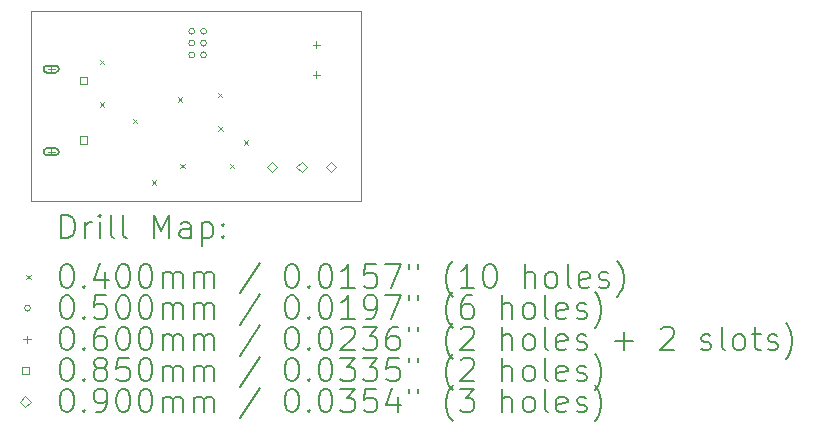
<source format=gbr>
%TF.GenerationSoftware,KiCad,Pcbnew,7.0.6*%
%TF.CreationDate,2023-11-30T23:44:46-05:00*%
%TF.ProjectId,Interruptor,496e7465-7272-4757-9074-6f722e6b6963,1.0*%
%TF.SameCoordinates,Original*%
%TF.FileFunction,Drillmap*%
%TF.FilePolarity,Positive*%
%FSLAX45Y45*%
G04 Gerber Fmt 4.5, Leading zero omitted, Abs format (unit mm)*
G04 Created by KiCad (PCBNEW 7.0.6) date 2023-11-30 23:44:46*
%MOMM*%
%LPD*%
G01*
G04 APERTURE LIST*
%ADD10C,0.100000*%
%ADD11C,0.200000*%
%ADD12C,0.040000*%
%ADD13C,0.050000*%
%ADD14C,0.060000*%
%ADD15C,0.085000*%
%ADD16C,0.090000*%
G04 APERTURE END LIST*
D10*
X13140000Y-8845000D02*
X15935000Y-8845000D01*
X15935000Y-10455000D01*
X13140000Y-10455000D01*
X13140000Y-8845000D01*
D11*
D12*
X13720000Y-9260000D02*
X13760000Y-9300000D01*
X13760000Y-9260000D02*
X13720000Y-9300000D01*
X13720000Y-9620000D02*
X13760000Y-9660000D01*
X13760000Y-9620000D02*
X13720000Y-9660000D01*
X14000000Y-9760000D02*
X14040000Y-9800000D01*
X14040000Y-9760000D02*
X14000000Y-9800000D01*
X14160000Y-10280000D02*
X14200000Y-10320000D01*
X14200000Y-10280000D02*
X14160000Y-10320000D01*
X14380000Y-9580000D02*
X14420000Y-9620000D01*
X14420000Y-9580000D02*
X14380000Y-9620000D01*
X14400000Y-10140000D02*
X14440000Y-10180000D01*
X14440000Y-10140000D02*
X14400000Y-10180000D01*
X14720000Y-9540000D02*
X14760000Y-9580000D01*
X14760000Y-9540000D02*
X14720000Y-9580000D01*
X14726406Y-9822306D02*
X14766406Y-9862306D01*
X14766406Y-9822306D02*
X14726406Y-9862306D01*
X14820000Y-10140000D02*
X14860000Y-10180000D01*
X14860000Y-10140000D02*
X14820000Y-10180000D01*
X14940000Y-9940000D02*
X14980000Y-9980000D01*
X14980000Y-9940000D02*
X14940000Y-9980000D01*
D13*
X14525000Y-9020000D02*
G75*
G03*
X14525000Y-9020000I-25000J0D01*
G01*
X14525000Y-9120000D02*
G75*
G03*
X14525000Y-9120000I-25000J0D01*
G01*
X14525000Y-9220000D02*
G75*
G03*
X14525000Y-9220000I-25000J0D01*
G01*
X14625000Y-9020000D02*
G75*
G03*
X14625000Y-9020000I-25000J0D01*
G01*
X14625000Y-9120000D02*
G75*
G03*
X14625000Y-9120000I-25000J0D01*
G01*
X14625000Y-9220000D02*
G75*
G03*
X14625000Y-9220000I-25000J0D01*
G01*
D14*
X13310000Y-9310000D02*
X13310000Y-9370000D01*
X13280000Y-9340000D02*
X13340000Y-9340000D01*
D11*
X13275000Y-9370000D02*
X13345000Y-9370000D01*
X13345000Y-9370000D02*
G75*
G03*
X13345000Y-9310000I0J30000D01*
G01*
X13345000Y-9310000D02*
X13275000Y-9310000D01*
X13275000Y-9310000D02*
G75*
G03*
X13275000Y-9370000I0J-30000D01*
G01*
D14*
X13310000Y-10010000D02*
X13310000Y-10070000D01*
X13280000Y-10040000D02*
X13340000Y-10040000D01*
D11*
X13345000Y-10010000D02*
X13275000Y-10010000D01*
X13275000Y-10010000D02*
G75*
G03*
X13275000Y-10070000I0J-30000D01*
G01*
X13275000Y-10070000D02*
X13345000Y-10070000D01*
X13345000Y-10070000D02*
G75*
G03*
X13345000Y-10010000I0J30000D01*
G01*
D14*
X15555250Y-9103000D02*
X15555250Y-9163000D01*
X15525250Y-9133000D02*
X15585250Y-9133000D01*
X15555250Y-9357000D02*
X15555250Y-9417000D01*
X15525250Y-9387000D02*
X15585250Y-9387000D01*
D15*
X13610052Y-9470052D02*
X13610052Y-9409948D01*
X13549948Y-9409948D01*
X13549948Y-9470052D01*
X13610052Y-9470052D01*
X13610052Y-9970052D02*
X13610052Y-9909948D01*
X13549948Y-9909948D01*
X13549948Y-9970052D01*
X13610052Y-9970052D01*
D16*
X15180000Y-10215000D02*
X15225000Y-10170000D01*
X15180000Y-10125000D01*
X15135000Y-10170000D01*
X15180000Y-10215000D01*
X15430000Y-10215000D02*
X15475000Y-10170000D01*
X15430000Y-10125000D01*
X15385000Y-10170000D01*
X15430000Y-10215000D01*
X15680000Y-10215000D02*
X15725000Y-10170000D01*
X15680000Y-10125000D01*
X15635000Y-10170000D01*
X15680000Y-10215000D01*
D11*
X13395777Y-10771484D02*
X13395777Y-10571484D01*
X13395777Y-10571484D02*
X13443396Y-10571484D01*
X13443396Y-10571484D02*
X13471967Y-10581008D01*
X13471967Y-10581008D02*
X13491015Y-10600055D01*
X13491015Y-10600055D02*
X13500539Y-10619103D01*
X13500539Y-10619103D02*
X13510062Y-10657198D01*
X13510062Y-10657198D02*
X13510062Y-10685770D01*
X13510062Y-10685770D02*
X13500539Y-10723865D01*
X13500539Y-10723865D02*
X13491015Y-10742912D01*
X13491015Y-10742912D02*
X13471967Y-10761960D01*
X13471967Y-10761960D02*
X13443396Y-10771484D01*
X13443396Y-10771484D02*
X13395777Y-10771484D01*
X13595777Y-10771484D02*
X13595777Y-10638150D01*
X13595777Y-10676246D02*
X13605301Y-10657198D01*
X13605301Y-10657198D02*
X13614824Y-10647674D01*
X13614824Y-10647674D02*
X13633872Y-10638150D01*
X13633872Y-10638150D02*
X13652920Y-10638150D01*
X13719586Y-10771484D02*
X13719586Y-10638150D01*
X13719586Y-10571484D02*
X13710062Y-10581008D01*
X13710062Y-10581008D02*
X13719586Y-10590531D01*
X13719586Y-10590531D02*
X13729110Y-10581008D01*
X13729110Y-10581008D02*
X13719586Y-10571484D01*
X13719586Y-10571484D02*
X13719586Y-10590531D01*
X13843396Y-10771484D02*
X13824348Y-10761960D01*
X13824348Y-10761960D02*
X13814824Y-10742912D01*
X13814824Y-10742912D02*
X13814824Y-10571484D01*
X13948158Y-10771484D02*
X13929110Y-10761960D01*
X13929110Y-10761960D02*
X13919586Y-10742912D01*
X13919586Y-10742912D02*
X13919586Y-10571484D01*
X14176729Y-10771484D02*
X14176729Y-10571484D01*
X14176729Y-10571484D02*
X14243396Y-10714341D01*
X14243396Y-10714341D02*
X14310062Y-10571484D01*
X14310062Y-10571484D02*
X14310062Y-10771484D01*
X14491015Y-10771484D02*
X14491015Y-10666722D01*
X14491015Y-10666722D02*
X14481491Y-10647674D01*
X14481491Y-10647674D02*
X14462443Y-10638150D01*
X14462443Y-10638150D02*
X14424348Y-10638150D01*
X14424348Y-10638150D02*
X14405301Y-10647674D01*
X14491015Y-10761960D02*
X14471967Y-10771484D01*
X14471967Y-10771484D02*
X14424348Y-10771484D01*
X14424348Y-10771484D02*
X14405301Y-10761960D01*
X14405301Y-10761960D02*
X14395777Y-10742912D01*
X14395777Y-10742912D02*
X14395777Y-10723865D01*
X14395777Y-10723865D02*
X14405301Y-10704817D01*
X14405301Y-10704817D02*
X14424348Y-10695293D01*
X14424348Y-10695293D02*
X14471967Y-10695293D01*
X14471967Y-10695293D02*
X14491015Y-10685770D01*
X14586253Y-10638150D02*
X14586253Y-10838150D01*
X14586253Y-10647674D02*
X14605301Y-10638150D01*
X14605301Y-10638150D02*
X14643396Y-10638150D01*
X14643396Y-10638150D02*
X14662443Y-10647674D01*
X14662443Y-10647674D02*
X14671967Y-10657198D01*
X14671967Y-10657198D02*
X14681491Y-10676246D01*
X14681491Y-10676246D02*
X14681491Y-10733389D01*
X14681491Y-10733389D02*
X14671967Y-10752436D01*
X14671967Y-10752436D02*
X14662443Y-10761960D01*
X14662443Y-10761960D02*
X14643396Y-10771484D01*
X14643396Y-10771484D02*
X14605301Y-10771484D01*
X14605301Y-10771484D02*
X14586253Y-10761960D01*
X14767205Y-10752436D02*
X14776729Y-10761960D01*
X14776729Y-10761960D02*
X14767205Y-10771484D01*
X14767205Y-10771484D02*
X14757682Y-10761960D01*
X14757682Y-10761960D02*
X14767205Y-10752436D01*
X14767205Y-10752436D02*
X14767205Y-10771484D01*
X14767205Y-10647674D02*
X14776729Y-10657198D01*
X14776729Y-10657198D02*
X14767205Y-10666722D01*
X14767205Y-10666722D02*
X14757682Y-10657198D01*
X14757682Y-10657198D02*
X14767205Y-10647674D01*
X14767205Y-10647674D02*
X14767205Y-10666722D01*
D12*
X13095000Y-11080000D02*
X13135000Y-11120000D01*
X13135000Y-11080000D02*
X13095000Y-11120000D01*
D11*
X13433872Y-10991484D02*
X13452920Y-10991484D01*
X13452920Y-10991484D02*
X13471967Y-11001008D01*
X13471967Y-11001008D02*
X13481491Y-11010531D01*
X13481491Y-11010531D02*
X13491015Y-11029579D01*
X13491015Y-11029579D02*
X13500539Y-11067674D01*
X13500539Y-11067674D02*
X13500539Y-11115293D01*
X13500539Y-11115293D02*
X13491015Y-11153389D01*
X13491015Y-11153389D02*
X13481491Y-11172436D01*
X13481491Y-11172436D02*
X13471967Y-11181960D01*
X13471967Y-11181960D02*
X13452920Y-11191484D01*
X13452920Y-11191484D02*
X13433872Y-11191484D01*
X13433872Y-11191484D02*
X13414824Y-11181960D01*
X13414824Y-11181960D02*
X13405301Y-11172436D01*
X13405301Y-11172436D02*
X13395777Y-11153389D01*
X13395777Y-11153389D02*
X13386253Y-11115293D01*
X13386253Y-11115293D02*
X13386253Y-11067674D01*
X13386253Y-11067674D02*
X13395777Y-11029579D01*
X13395777Y-11029579D02*
X13405301Y-11010531D01*
X13405301Y-11010531D02*
X13414824Y-11001008D01*
X13414824Y-11001008D02*
X13433872Y-10991484D01*
X13586253Y-11172436D02*
X13595777Y-11181960D01*
X13595777Y-11181960D02*
X13586253Y-11191484D01*
X13586253Y-11191484D02*
X13576729Y-11181960D01*
X13576729Y-11181960D02*
X13586253Y-11172436D01*
X13586253Y-11172436D02*
X13586253Y-11191484D01*
X13767205Y-11058150D02*
X13767205Y-11191484D01*
X13719586Y-10981960D02*
X13671967Y-11124817D01*
X13671967Y-11124817D02*
X13795777Y-11124817D01*
X13910062Y-10991484D02*
X13929110Y-10991484D01*
X13929110Y-10991484D02*
X13948158Y-11001008D01*
X13948158Y-11001008D02*
X13957682Y-11010531D01*
X13957682Y-11010531D02*
X13967205Y-11029579D01*
X13967205Y-11029579D02*
X13976729Y-11067674D01*
X13976729Y-11067674D02*
X13976729Y-11115293D01*
X13976729Y-11115293D02*
X13967205Y-11153389D01*
X13967205Y-11153389D02*
X13957682Y-11172436D01*
X13957682Y-11172436D02*
X13948158Y-11181960D01*
X13948158Y-11181960D02*
X13929110Y-11191484D01*
X13929110Y-11191484D02*
X13910062Y-11191484D01*
X13910062Y-11191484D02*
X13891015Y-11181960D01*
X13891015Y-11181960D02*
X13881491Y-11172436D01*
X13881491Y-11172436D02*
X13871967Y-11153389D01*
X13871967Y-11153389D02*
X13862443Y-11115293D01*
X13862443Y-11115293D02*
X13862443Y-11067674D01*
X13862443Y-11067674D02*
X13871967Y-11029579D01*
X13871967Y-11029579D02*
X13881491Y-11010531D01*
X13881491Y-11010531D02*
X13891015Y-11001008D01*
X13891015Y-11001008D02*
X13910062Y-10991484D01*
X14100539Y-10991484D02*
X14119586Y-10991484D01*
X14119586Y-10991484D02*
X14138634Y-11001008D01*
X14138634Y-11001008D02*
X14148158Y-11010531D01*
X14148158Y-11010531D02*
X14157682Y-11029579D01*
X14157682Y-11029579D02*
X14167205Y-11067674D01*
X14167205Y-11067674D02*
X14167205Y-11115293D01*
X14167205Y-11115293D02*
X14157682Y-11153389D01*
X14157682Y-11153389D02*
X14148158Y-11172436D01*
X14148158Y-11172436D02*
X14138634Y-11181960D01*
X14138634Y-11181960D02*
X14119586Y-11191484D01*
X14119586Y-11191484D02*
X14100539Y-11191484D01*
X14100539Y-11191484D02*
X14081491Y-11181960D01*
X14081491Y-11181960D02*
X14071967Y-11172436D01*
X14071967Y-11172436D02*
X14062443Y-11153389D01*
X14062443Y-11153389D02*
X14052920Y-11115293D01*
X14052920Y-11115293D02*
X14052920Y-11067674D01*
X14052920Y-11067674D02*
X14062443Y-11029579D01*
X14062443Y-11029579D02*
X14071967Y-11010531D01*
X14071967Y-11010531D02*
X14081491Y-11001008D01*
X14081491Y-11001008D02*
X14100539Y-10991484D01*
X14252920Y-11191484D02*
X14252920Y-11058150D01*
X14252920Y-11077198D02*
X14262443Y-11067674D01*
X14262443Y-11067674D02*
X14281491Y-11058150D01*
X14281491Y-11058150D02*
X14310063Y-11058150D01*
X14310063Y-11058150D02*
X14329110Y-11067674D01*
X14329110Y-11067674D02*
X14338634Y-11086722D01*
X14338634Y-11086722D02*
X14338634Y-11191484D01*
X14338634Y-11086722D02*
X14348158Y-11067674D01*
X14348158Y-11067674D02*
X14367205Y-11058150D01*
X14367205Y-11058150D02*
X14395777Y-11058150D01*
X14395777Y-11058150D02*
X14414824Y-11067674D01*
X14414824Y-11067674D02*
X14424348Y-11086722D01*
X14424348Y-11086722D02*
X14424348Y-11191484D01*
X14519586Y-11191484D02*
X14519586Y-11058150D01*
X14519586Y-11077198D02*
X14529110Y-11067674D01*
X14529110Y-11067674D02*
X14548158Y-11058150D01*
X14548158Y-11058150D02*
X14576729Y-11058150D01*
X14576729Y-11058150D02*
X14595777Y-11067674D01*
X14595777Y-11067674D02*
X14605301Y-11086722D01*
X14605301Y-11086722D02*
X14605301Y-11191484D01*
X14605301Y-11086722D02*
X14614824Y-11067674D01*
X14614824Y-11067674D02*
X14633872Y-11058150D01*
X14633872Y-11058150D02*
X14662443Y-11058150D01*
X14662443Y-11058150D02*
X14681491Y-11067674D01*
X14681491Y-11067674D02*
X14691015Y-11086722D01*
X14691015Y-11086722D02*
X14691015Y-11191484D01*
X15081491Y-10981960D02*
X14910063Y-11239103D01*
X15338634Y-10991484D02*
X15357682Y-10991484D01*
X15357682Y-10991484D02*
X15376729Y-11001008D01*
X15376729Y-11001008D02*
X15386253Y-11010531D01*
X15386253Y-11010531D02*
X15395777Y-11029579D01*
X15395777Y-11029579D02*
X15405301Y-11067674D01*
X15405301Y-11067674D02*
X15405301Y-11115293D01*
X15405301Y-11115293D02*
X15395777Y-11153389D01*
X15395777Y-11153389D02*
X15386253Y-11172436D01*
X15386253Y-11172436D02*
X15376729Y-11181960D01*
X15376729Y-11181960D02*
X15357682Y-11191484D01*
X15357682Y-11191484D02*
X15338634Y-11191484D01*
X15338634Y-11191484D02*
X15319586Y-11181960D01*
X15319586Y-11181960D02*
X15310063Y-11172436D01*
X15310063Y-11172436D02*
X15300539Y-11153389D01*
X15300539Y-11153389D02*
X15291015Y-11115293D01*
X15291015Y-11115293D02*
X15291015Y-11067674D01*
X15291015Y-11067674D02*
X15300539Y-11029579D01*
X15300539Y-11029579D02*
X15310063Y-11010531D01*
X15310063Y-11010531D02*
X15319586Y-11001008D01*
X15319586Y-11001008D02*
X15338634Y-10991484D01*
X15491015Y-11172436D02*
X15500539Y-11181960D01*
X15500539Y-11181960D02*
X15491015Y-11191484D01*
X15491015Y-11191484D02*
X15481491Y-11181960D01*
X15481491Y-11181960D02*
X15491015Y-11172436D01*
X15491015Y-11172436D02*
X15491015Y-11191484D01*
X15624348Y-10991484D02*
X15643396Y-10991484D01*
X15643396Y-10991484D02*
X15662444Y-11001008D01*
X15662444Y-11001008D02*
X15671967Y-11010531D01*
X15671967Y-11010531D02*
X15681491Y-11029579D01*
X15681491Y-11029579D02*
X15691015Y-11067674D01*
X15691015Y-11067674D02*
X15691015Y-11115293D01*
X15691015Y-11115293D02*
X15681491Y-11153389D01*
X15681491Y-11153389D02*
X15671967Y-11172436D01*
X15671967Y-11172436D02*
X15662444Y-11181960D01*
X15662444Y-11181960D02*
X15643396Y-11191484D01*
X15643396Y-11191484D02*
X15624348Y-11191484D01*
X15624348Y-11191484D02*
X15605301Y-11181960D01*
X15605301Y-11181960D02*
X15595777Y-11172436D01*
X15595777Y-11172436D02*
X15586253Y-11153389D01*
X15586253Y-11153389D02*
X15576729Y-11115293D01*
X15576729Y-11115293D02*
X15576729Y-11067674D01*
X15576729Y-11067674D02*
X15586253Y-11029579D01*
X15586253Y-11029579D02*
X15595777Y-11010531D01*
X15595777Y-11010531D02*
X15605301Y-11001008D01*
X15605301Y-11001008D02*
X15624348Y-10991484D01*
X15881491Y-11191484D02*
X15767206Y-11191484D01*
X15824348Y-11191484D02*
X15824348Y-10991484D01*
X15824348Y-10991484D02*
X15805301Y-11020055D01*
X15805301Y-11020055D02*
X15786253Y-11039103D01*
X15786253Y-11039103D02*
X15767206Y-11048627D01*
X16062444Y-10991484D02*
X15967206Y-10991484D01*
X15967206Y-10991484D02*
X15957682Y-11086722D01*
X15957682Y-11086722D02*
X15967206Y-11077198D01*
X15967206Y-11077198D02*
X15986253Y-11067674D01*
X15986253Y-11067674D02*
X16033872Y-11067674D01*
X16033872Y-11067674D02*
X16052920Y-11077198D01*
X16052920Y-11077198D02*
X16062444Y-11086722D01*
X16062444Y-11086722D02*
X16071967Y-11105770D01*
X16071967Y-11105770D02*
X16071967Y-11153389D01*
X16071967Y-11153389D02*
X16062444Y-11172436D01*
X16062444Y-11172436D02*
X16052920Y-11181960D01*
X16052920Y-11181960D02*
X16033872Y-11191484D01*
X16033872Y-11191484D02*
X15986253Y-11191484D01*
X15986253Y-11191484D02*
X15967206Y-11181960D01*
X15967206Y-11181960D02*
X15957682Y-11172436D01*
X16138634Y-10991484D02*
X16271967Y-10991484D01*
X16271967Y-10991484D02*
X16186253Y-11191484D01*
X16338634Y-10991484D02*
X16338634Y-11029579D01*
X16414825Y-10991484D02*
X16414825Y-11029579D01*
X16710063Y-11267674D02*
X16700539Y-11258150D01*
X16700539Y-11258150D02*
X16681491Y-11229579D01*
X16681491Y-11229579D02*
X16671968Y-11210531D01*
X16671968Y-11210531D02*
X16662444Y-11181960D01*
X16662444Y-11181960D02*
X16652920Y-11134341D01*
X16652920Y-11134341D02*
X16652920Y-11096246D01*
X16652920Y-11096246D02*
X16662444Y-11048627D01*
X16662444Y-11048627D02*
X16671968Y-11020055D01*
X16671968Y-11020055D02*
X16681491Y-11001008D01*
X16681491Y-11001008D02*
X16700539Y-10972436D01*
X16700539Y-10972436D02*
X16710063Y-10962912D01*
X16891015Y-11191484D02*
X16776729Y-11191484D01*
X16833872Y-11191484D02*
X16833872Y-10991484D01*
X16833872Y-10991484D02*
X16814825Y-11020055D01*
X16814825Y-11020055D02*
X16795777Y-11039103D01*
X16795777Y-11039103D02*
X16776729Y-11048627D01*
X17014825Y-10991484D02*
X17033872Y-10991484D01*
X17033872Y-10991484D02*
X17052920Y-11001008D01*
X17052920Y-11001008D02*
X17062444Y-11010531D01*
X17062444Y-11010531D02*
X17071968Y-11029579D01*
X17071968Y-11029579D02*
X17081491Y-11067674D01*
X17081491Y-11067674D02*
X17081491Y-11115293D01*
X17081491Y-11115293D02*
X17071968Y-11153389D01*
X17071968Y-11153389D02*
X17062444Y-11172436D01*
X17062444Y-11172436D02*
X17052920Y-11181960D01*
X17052920Y-11181960D02*
X17033872Y-11191484D01*
X17033872Y-11191484D02*
X17014825Y-11191484D01*
X17014825Y-11191484D02*
X16995777Y-11181960D01*
X16995777Y-11181960D02*
X16986253Y-11172436D01*
X16986253Y-11172436D02*
X16976730Y-11153389D01*
X16976730Y-11153389D02*
X16967206Y-11115293D01*
X16967206Y-11115293D02*
X16967206Y-11067674D01*
X16967206Y-11067674D02*
X16976730Y-11029579D01*
X16976730Y-11029579D02*
X16986253Y-11010531D01*
X16986253Y-11010531D02*
X16995777Y-11001008D01*
X16995777Y-11001008D02*
X17014825Y-10991484D01*
X17319587Y-11191484D02*
X17319587Y-10991484D01*
X17405301Y-11191484D02*
X17405301Y-11086722D01*
X17405301Y-11086722D02*
X17395777Y-11067674D01*
X17395777Y-11067674D02*
X17376730Y-11058150D01*
X17376730Y-11058150D02*
X17348158Y-11058150D01*
X17348158Y-11058150D02*
X17329111Y-11067674D01*
X17329111Y-11067674D02*
X17319587Y-11077198D01*
X17529111Y-11191484D02*
X17510063Y-11181960D01*
X17510063Y-11181960D02*
X17500539Y-11172436D01*
X17500539Y-11172436D02*
X17491015Y-11153389D01*
X17491015Y-11153389D02*
X17491015Y-11096246D01*
X17491015Y-11096246D02*
X17500539Y-11077198D01*
X17500539Y-11077198D02*
X17510063Y-11067674D01*
X17510063Y-11067674D02*
X17529111Y-11058150D01*
X17529111Y-11058150D02*
X17557682Y-11058150D01*
X17557682Y-11058150D02*
X17576730Y-11067674D01*
X17576730Y-11067674D02*
X17586253Y-11077198D01*
X17586253Y-11077198D02*
X17595777Y-11096246D01*
X17595777Y-11096246D02*
X17595777Y-11153389D01*
X17595777Y-11153389D02*
X17586253Y-11172436D01*
X17586253Y-11172436D02*
X17576730Y-11181960D01*
X17576730Y-11181960D02*
X17557682Y-11191484D01*
X17557682Y-11191484D02*
X17529111Y-11191484D01*
X17710063Y-11191484D02*
X17691015Y-11181960D01*
X17691015Y-11181960D02*
X17681492Y-11162912D01*
X17681492Y-11162912D02*
X17681492Y-10991484D01*
X17862444Y-11181960D02*
X17843396Y-11191484D01*
X17843396Y-11191484D02*
X17805301Y-11191484D01*
X17805301Y-11191484D02*
X17786253Y-11181960D01*
X17786253Y-11181960D02*
X17776730Y-11162912D01*
X17776730Y-11162912D02*
X17776730Y-11086722D01*
X17776730Y-11086722D02*
X17786253Y-11067674D01*
X17786253Y-11067674D02*
X17805301Y-11058150D01*
X17805301Y-11058150D02*
X17843396Y-11058150D01*
X17843396Y-11058150D02*
X17862444Y-11067674D01*
X17862444Y-11067674D02*
X17871968Y-11086722D01*
X17871968Y-11086722D02*
X17871968Y-11105770D01*
X17871968Y-11105770D02*
X17776730Y-11124817D01*
X17948158Y-11181960D02*
X17967206Y-11191484D01*
X17967206Y-11191484D02*
X18005301Y-11191484D01*
X18005301Y-11191484D02*
X18024349Y-11181960D01*
X18024349Y-11181960D02*
X18033873Y-11162912D01*
X18033873Y-11162912D02*
X18033873Y-11153389D01*
X18033873Y-11153389D02*
X18024349Y-11134341D01*
X18024349Y-11134341D02*
X18005301Y-11124817D01*
X18005301Y-11124817D02*
X17976730Y-11124817D01*
X17976730Y-11124817D02*
X17957682Y-11115293D01*
X17957682Y-11115293D02*
X17948158Y-11096246D01*
X17948158Y-11096246D02*
X17948158Y-11086722D01*
X17948158Y-11086722D02*
X17957682Y-11067674D01*
X17957682Y-11067674D02*
X17976730Y-11058150D01*
X17976730Y-11058150D02*
X18005301Y-11058150D01*
X18005301Y-11058150D02*
X18024349Y-11067674D01*
X18100539Y-11267674D02*
X18110063Y-11258150D01*
X18110063Y-11258150D02*
X18129111Y-11229579D01*
X18129111Y-11229579D02*
X18138634Y-11210531D01*
X18138634Y-11210531D02*
X18148158Y-11181960D01*
X18148158Y-11181960D02*
X18157682Y-11134341D01*
X18157682Y-11134341D02*
X18157682Y-11096246D01*
X18157682Y-11096246D02*
X18148158Y-11048627D01*
X18148158Y-11048627D02*
X18138634Y-11020055D01*
X18138634Y-11020055D02*
X18129111Y-11001008D01*
X18129111Y-11001008D02*
X18110063Y-10972436D01*
X18110063Y-10972436D02*
X18100539Y-10962912D01*
D13*
X13135000Y-11364000D02*
G75*
G03*
X13135000Y-11364000I-25000J0D01*
G01*
D11*
X13433872Y-11255484D02*
X13452920Y-11255484D01*
X13452920Y-11255484D02*
X13471967Y-11265008D01*
X13471967Y-11265008D02*
X13481491Y-11274531D01*
X13481491Y-11274531D02*
X13491015Y-11293579D01*
X13491015Y-11293579D02*
X13500539Y-11331674D01*
X13500539Y-11331674D02*
X13500539Y-11379293D01*
X13500539Y-11379293D02*
X13491015Y-11417388D01*
X13491015Y-11417388D02*
X13481491Y-11436436D01*
X13481491Y-11436436D02*
X13471967Y-11445960D01*
X13471967Y-11445960D02*
X13452920Y-11455484D01*
X13452920Y-11455484D02*
X13433872Y-11455484D01*
X13433872Y-11455484D02*
X13414824Y-11445960D01*
X13414824Y-11445960D02*
X13405301Y-11436436D01*
X13405301Y-11436436D02*
X13395777Y-11417388D01*
X13395777Y-11417388D02*
X13386253Y-11379293D01*
X13386253Y-11379293D02*
X13386253Y-11331674D01*
X13386253Y-11331674D02*
X13395777Y-11293579D01*
X13395777Y-11293579D02*
X13405301Y-11274531D01*
X13405301Y-11274531D02*
X13414824Y-11265008D01*
X13414824Y-11265008D02*
X13433872Y-11255484D01*
X13586253Y-11436436D02*
X13595777Y-11445960D01*
X13595777Y-11445960D02*
X13586253Y-11455484D01*
X13586253Y-11455484D02*
X13576729Y-11445960D01*
X13576729Y-11445960D02*
X13586253Y-11436436D01*
X13586253Y-11436436D02*
X13586253Y-11455484D01*
X13776729Y-11255484D02*
X13681491Y-11255484D01*
X13681491Y-11255484D02*
X13671967Y-11350722D01*
X13671967Y-11350722D02*
X13681491Y-11341198D01*
X13681491Y-11341198D02*
X13700539Y-11331674D01*
X13700539Y-11331674D02*
X13748158Y-11331674D01*
X13748158Y-11331674D02*
X13767205Y-11341198D01*
X13767205Y-11341198D02*
X13776729Y-11350722D01*
X13776729Y-11350722D02*
X13786253Y-11369769D01*
X13786253Y-11369769D02*
X13786253Y-11417388D01*
X13786253Y-11417388D02*
X13776729Y-11436436D01*
X13776729Y-11436436D02*
X13767205Y-11445960D01*
X13767205Y-11445960D02*
X13748158Y-11455484D01*
X13748158Y-11455484D02*
X13700539Y-11455484D01*
X13700539Y-11455484D02*
X13681491Y-11445960D01*
X13681491Y-11445960D02*
X13671967Y-11436436D01*
X13910062Y-11255484D02*
X13929110Y-11255484D01*
X13929110Y-11255484D02*
X13948158Y-11265008D01*
X13948158Y-11265008D02*
X13957682Y-11274531D01*
X13957682Y-11274531D02*
X13967205Y-11293579D01*
X13967205Y-11293579D02*
X13976729Y-11331674D01*
X13976729Y-11331674D02*
X13976729Y-11379293D01*
X13976729Y-11379293D02*
X13967205Y-11417388D01*
X13967205Y-11417388D02*
X13957682Y-11436436D01*
X13957682Y-11436436D02*
X13948158Y-11445960D01*
X13948158Y-11445960D02*
X13929110Y-11455484D01*
X13929110Y-11455484D02*
X13910062Y-11455484D01*
X13910062Y-11455484D02*
X13891015Y-11445960D01*
X13891015Y-11445960D02*
X13881491Y-11436436D01*
X13881491Y-11436436D02*
X13871967Y-11417388D01*
X13871967Y-11417388D02*
X13862443Y-11379293D01*
X13862443Y-11379293D02*
X13862443Y-11331674D01*
X13862443Y-11331674D02*
X13871967Y-11293579D01*
X13871967Y-11293579D02*
X13881491Y-11274531D01*
X13881491Y-11274531D02*
X13891015Y-11265008D01*
X13891015Y-11265008D02*
X13910062Y-11255484D01*
X14100539Y-11255484D02*
X14119586Y-11255484D01*
X14119586Y-11255484D02*
X14138634Y-11265008D01*
X14138634Y-11265008D02*
X14148158Y-11274531D01*
X14148158Y-11274531D02*
X14157682Y-11293579D01*
X14157682Y-11293579D02*
X14167205Y-11331674D01*
X14167205Y-11331674D02*
X14167205Y-11379293D01*
X14167205Y-11379293D02*
X14157682Y-11417388D01*
X14157682Y-11417388D02*
X14148158Y-11436436D01*
X14148158Y-11436436D02*
X14138634Y-11445960D01*
X14138634Y-11445960D02*
X14119586Y-11455484D01*
X14119586Y-11455484D02*
X14100539Y-11455484D01*
X14100539Y-11455484D02*
X14081491Y-11445960D01*
X14081491Y-11445960D02*
X14071967Y-11436436D01*
X14071967Y-11436436D02*
X14062443Y-11417388D01*
X14062443Y-11417388D02*
X14052920Y-11379293D01*
X14052920Y-11379293D02*
X14052920Y-11331674D01*
X14052920Y-11331674D02*
X14062443Y-11293579D01*
X14062443Y-11293579D02*
X14071967Y-11274531D01*
X14071967Y-11274531D02*
X14081491Y-11265008D01*
X14081491Y-11265008D02*
X14100539Y-11255484D01*
X14252920Y-11455484D02*
X14252920Y-11322150D01*
X14252920Y-11341198D02*
X14262443Y-11331674D01*
X14262443Y-11331674D02*
X14281491Y-11322150D01*
X14281491Y-11322150D02*
X14310063Y-11322150D01*
X14310063Y-11322150D02*
X14329110Y-11331674D01*
X14329110Y-11331674D02*
X14338634Y-11350722D01*
X14338634Y-11350722D02*
X14338634Y-11455484D01*
X14338634Y-11350722D02*
X14348158Y-11331674D01*
X14348158Y-11331674D02*
X14367205Y-11322150D01*
X14367205Y-11322150D02*
X14395777Y-11322150D01*
X14395777Y-11322150D02*
X14414824Y-11331674D01*
X14414824Y-11331674D02*
X14424348Y-11350722D01*
X14424348Y-11350722D02*
X14424348Y-11455484D01*
X14519586Y-11455484D02*
X14519586Y-11322150D01*
X14519586Y-11341198D02*
X14529110Y-11331674D01*
X14529110Y-11331674D02*
X14548158Y-11322150D01*
X14548158Y-11322150D02*
X14576729Y-11322150D01*
X14576729Y-11322150D02*
X14595777Y-11331674D01*
X14595777Y-11331674D02*
X14605301Y-11350722D01*
X14605301Y-11350722D02*
X14605301Y-11455484D01*
X14605301Y-11350722D02*
X14614824Y-11331674D01*
X14614824Y-11331674D02*
X14633872Y-11322150D01*
X14633872Y-11322150D02*
X14662443Y-11322150D01*
X14662443Y-11322150D02*
X14681491Y-11331674D01*
X14681491Y-11331674D02*
X14691015Y-11350722D01*
X14691015Y-11350722D02*
X14691015Y-11455484D01*
X15081491Y-11245960D02*
X14910063Y-11503103D01*
X15338634Y-11255484D02*
X15357682Y-11255484D01*
X15357682Y-11255484D02*
X15376729Y-11265008D01*
X15376729Y-11265008D02*
X15386253Y-11274531D01*
X15386253Y-11274531D02*
X15395777Y-11293579D01*
X15395777Y-11293579D02*
X15405301Y-11331674D01*
X15405301Y-11331674D02*
X15405301Y-11379293D01*
X15405301Y-11379293D02*
X15395777Y-11417388D01*
X15395777Y-11417388D02*
X15386253Y-11436436D01*
X15386253Y-11436436D02*
X15376729Y-11445960D01*
X15376729Y-11445960D02*
X15357682Y-11455484D01*
X15357682Y-11455484D02*
X15338634Y-11455484D01*
X15338634Y-11455484D02*
X15319586Y-11445960D01*
X15319586Y-11445960D02*
X15310063Y-11436436D01*
X15310063Y-11436436D02*
X15300539Y-11417388D01*
X15300539Y-11417388D02*
X15291015Y-11379293D01*
X15291015Y-11379293D02*
X15291015Y-11331674D01*
X15291015Y-11331674D02*
X15300539Y-11293579D01*
X15300539Y-11293579D02*
X15310063Y-11274531D01*
X15310063Y-11274531D02*
X15319586Y-11265008D01*
X15319586Y-11265008D02*
X15338634Y-11255484D01*
X15491015Y-11436436D02*
X15500539Y-11445960D01*
X15500539Y-11445960D02*
X15491015Y-11455484D01*
X15491015Y-11455484D02*
X15481491Y-11445960D01*
X15481491Y-11445960D02*
X15491015Y-11436436D01*
X15491015Y-11436436D02*
X15491015Y-11455484D01*
X15624348Y-11255484D02*
X15643396Y-11255484D01*
X15643396Y-11255484D02*
X15662444Y-11265008D01*
X15662444Y-11265008D02*
X15671967Y-11274531D01*
X15671967Y-11274531D02*
X15681491Y-11293579D01*
X15681491Y-11293579D02*
X15691015Y-11331674D01*
X15691015Y-11331674D02*
X15691015Y-11379293D01*
X15691015Y-11379293D02*
X15681491Y-11417388D01*
X15681491Y-11417388D02*
X15671967Y-11436436D01*
X15671967Y-11436436D02*
X15662444Y-11445960D01*
X15662444Y-11445960D02*
X15643396Y-11455484D01*
X15643396Y-11455484D02*
X15624348Y-11455484D01*
X15624348Y-11455484D02*
X15605301Y-11445960D01*
X15605301Y-11445960D02*
X15595777Y-11436436D01*
X15595777Y-11436436D02*
X15586253Y-11417388D01*
X15586253Y-11417388D02*
X15576729Y-11379293D01*
X15576729Y-11379293D02*
X15576729Y-11331674D01*
X15576729Y-11331674D02*
X15586253Y-11293579D01*
X15586253Y-11293579D02*
X15595777Y-11274531D01*
X15595777Y-11274531D02*
X15605301Y-11265008D01*
X15605301Y-11265008D02*
X15624348Y-11255484D01*
X15881491Y-11455484D02*
X15767206Y-11455484D01*
X15824348Y-11455484D02*
X15824348Y-11255484D01*
X15824348Y-11255484D02*
X15805301Y-11284055D01*
X15805301Y-11284055D02*
X15786253Y-11303103D01*
X15786253Y-11303103D02*
X15767206Y-11312627D01*
X15976729Y-11455484D02*
X16014825Y-11455484D01*
X16014825Y-11455484D02*
X16033872Y-11445960D01*
X16033872Y-11445960D02*
X16043396Y-11436436D01*
X16043396Y-11436436D02*
X16062444Y-11407865D01*
X16062444Y-11407865D02*
X16071967Y-11369769D01*
X16071967Y-11369769D02*
X16071967Y-11293579D01*
X16071967Y-11293579D02*
X16062444Y-11274531D01*
X16062444Y-11274531D02*
X16052920Y-11265008D01*
X16052920Y-11265008D02*
X16033872Y-11255484D01*
X16033872Y-11255484D02*
X15995777Y-11255484D01*
X15995777Y-11255484D02*
X15976729Y-11265008D01*
X15976729Y-11265008D02*
X15967206Y-11274531D01*
X15967206Y-11274531D02*
X15957682Y-11293579D01*
X15957682Y-11293579D02*
X15957682Y-11341198D01*
X15957682Y-11341198D02*
X15967206Y-11360246D01*
X15967206Y-11360246D02*
X15976729Y-11369769D01*
X15976729Y-11369769D02*
X15995777Y-11379293D01*
X15995777Y-11379293D02*
X16033872Y-11379293D01*
X16033872Y-11379293D02*
X16052920Y-11369769D01*
X16052920Y-11369769D02*
X16062444Y-11360246D01*
X16062444Y-11360246D02*
X16071967Y-11341198D01*
X16138634Y-11255484D02*
X16271967Y-11255484D01*
X16271967Y-11255484D02*
X16186253Y-11455484D01*
X16338634Y-11255484D02*
X16338634Y-11293579D01*
X16414825Y-11255484D02*
X16414825Y-11293579D01*
X16710063Y-11531674D02*
X16700539Y-11522150D01*
X16700539Y-11522150D02*
X16681491Y-11493579D01*
X16681491Y-11493579D02*
X16671968Y-11474531D01*
X16671968Y-11474531D02*
X16662444Y-11445960D01*
X16662444Y-11445960D02*
X16652920Y-11398341D01*
X16652920Y-11398341D02*
X16652920Y-11360246D01*
X16652920Y-11360246D02*
X16662444Y-11312627D01*
X16662444Y-11312627D02*
X16671968Y-11284055D01*
X16671968Y-11284055D02*
X16681491Y-11265008D01*
X16681491Y-11265008D02*
X16700539Y-11236436D01*
X16700539Y-11236436D02*
X16710063Y-11226912D01*
X16871968Y-11255484D02*
X16833872Y-11255484D01*
X16833872Y-11255484D02*
X16814825Y-11265008D01*
X16814825Y-11265008D02*
X16805301Y-11274531D01*
X16805301Y-11274531D02*
X16786253Y-11303103D01*
X16786253Y-11303103D02*
X16776729Y-11341198D01*
X16776729Y-11341198D02*
X16776729Y-11417388D01*
X16776729Y-11417388D02*
X16786253Y-11436436D01*
X16786253Y-11436436D02*
X16795777Y-11445960D01*
X16795777Y-11445960D02*
X16814825Y-11455484D01*
X16814825Y-11455484D02*
X16852920Y-11455484D01*
X16852920Y-11455484D02*
X16871968Y-11445960D01*
X16871968Y-11445960D02*
X16881491Y-11436436D01*
X16881491Y-11436436D02*
X16891015Y-11417388D01*
X16891015Y-11417388D02*
X16891015Y-11369769D01*
X16891015Y-11369769D02*
X16881491Y-11350722D01*
X16881491Y-11350722D02*
X16871968Y-11341198D01*
X16871968Y-11341198D02*
X16852920Y-11331674D01*
X16852920Y-11331674D02*
X16814825Y-11331674D01*
X16814825Y-11331674D02*
X16795777Y-11341198D01*
X16795777Y-11341198D02*
X16786253Y-11350722D01*
X16786253Y-11350722D02*
X16776729Y-11369769D01*
X17129111Y-11455484D02*
X17129111Y-11255484D01*
X17214825Y-11455484D02*
X17214825Y-11350722D01*
X17214825Y-11350722D02*
X17205301Y-11331674D01*
X17205301Y-11331674D02*
X17186253Y-11322150D01*
X17186253Y-11322150D02*
X17157682Y-11322150D01*
X17157682Y-11322150D02*
X17138634Y-11331674D01*
X17138634Y-11331674D02*
X17129111Y-11341198D01*
X17338634Y-11455484D02*
X17319587Y-11445960D01*
X17319587Y-11445960D02*
X17310063Y-11436436D01*
X17310063Y-11436436D02*
X17300539Y-11417388D01*
X17300539Y-11417388D02*
X17300539Y-11360246D01*
X17300539Y-11360246D02*
X17310063Y-11341198D01*
X17310063Y-11341198D02*
X17319587Y-11331674D01*
X17319587Y-11331674D02*
X17338634Y-11322150D01*
X17338634Y-11322150D02*
X17367206Y-11322150D01*
X17367206Y-11322150D02*
X17386253Y-11331674D01*
X17386253Y-11331674D02*
X17395777Y-11341198D01*
X17395777Y-11341198D02*
X17405301Y-11360246D01*
X17405301Y-11360246D02*
X17405301Y-11417388D01*
X17405301Y-11417388D02*
X17395777Y-11436436D01*
X17395777Y-11436436D02*
X17386253Y-11445960D01*
X17386253Y-11445960D02*
X17367206Y-11455484D01*
X17367206Y-11455484D02*
X17338634Y-11455484D01*
X17519587Y-11455484D02*
X17500539Y-11445960D01*
X17500539Y-11445960D02*
X17491015Y-11426912D01*
X17491015Y-11426912D02*
X17491015Y-11255484D01*
X17671968Y-11445960D02*
X17652920Y-11455484D01*
X17652920Y-11455484D02*
X17614825Y-11455484D01*
X17614825Y-11455484D02*
X17595777Y-11445960D01*
X17595777Y-11445960D02*
X17586253Y-11426912D01*
X17586253Y-11426912D02*
X17586253Y-11350722D01*
X17586253Y-11350722D02*
X17595777Y-11331674D01*
X17595777Y-11331674D02*
X17614825Y-11322150D01*
X17614825Y-11322150D02*
X17652920Y-11322150D01*
X17652920Y-11322150D02*
X17671968Y-11331674D01*
X17671968Y-11331674D02*
X17681492Y-11350722D01*
X17681492Y-11350722D02*
X17681492Y-11369769D01*
X17681492Y-11369769D02*
X17586253Y-11388817D01*
X17757682Y-11445960D02*
X17776730Y-11455484D01*
X17776730Y-11455484D02*
X17814825Y-11455484D01*
X17814825Y-11455484D02*
X17833873Y-11445960D01*
X17833873Y-11445960D02*
X17843396Y-11426912D01*
X17843396Y-11426912D02*
X17843396Y-11417388D01*
X17843396Y-11417388D02*
X17833873Y-11398341D01*
X17833873Y-11398341D02*
X17814825Y-11388817D01*
X17814825Y-11388817D02*
X17786253Y-11388817D01*
X17786253Y-11388817D02*
X17767206Y-11379293D01*
X17767206Y-11379293D02*
X17757682Y-11360246D01*
X17757682Y-11360246D02*
X17757682Y-11350722D01*
X17757682Y-11350722D02*
X17767206Y-11331674D01*
X17767206Y-11331674D02*
X17786253Y-11322150D01*
X17786253Y-11322150D02*
X17814825Y-11322150D01*
X17814825Y-11322150D02*
X17833873Y-11331674D01*
X17910063Y-11531674D02*
X17919587Y-11522150D01*
X17919587Y-11522150D02*
X17938634Y-11493579D01*
X17938634Y-11493579D02*
X17948158Y-11474531D01*
X17948158Y-11474531D02*
X17957682Y-11445960D01*
X17957682Y-11445960D02*
X17967206Y-11398341D01*
X17967206Y-11398341D02*
X17967206Y-11360246D01*
X17967206Y-11360246D02*
X17957682Y-11312627D01*
X17957682Y-11312627D02*
X17948158Y-11284055D01*
X17948158Y-11284055D02*
X17938634Y-11265008D01*
X17938634Y-11265008D02*
X17919587Y-11236436D01*
X17919587Y-11236436D02*
X17910063Y-11226912D01*
D14*
X13105000Y-11598000D02*
X13105000Y-11658000D01*
X13075000Y-11628000D02*
X13135000Y-11628000D01*
D11*
X13433872Y-11519484D02*
X13452920Y-11519484D01*
X13452920Y-11519484D02*
X13471967Y-11529008D01*
X13471967Y-11529008D02*
X13481491Y-11538531D01*
X13481491Y-11538531D02*
X13491015Y-11557579D01*
X13491015Y-11557579D02*
X13500539Y-11595674D01*
X13500539Y-11595674D02*
X13500539Y-11643293D01*
X13500539Y-11643293D02*
X13491015Y-11681388D01*
X13491015Y-11681388D02*
X13481491Y-11700436D01*
X13481491Y-11700436D02*
X13471967Y-11709960D01*
X13471967Y-11709960D02*
X13452920Y-11719484D01*
X13452920Y-11719484D02*
X13433872Y-11719484D01*
X13433872Y-11719484D02*
X13414824Y-11709960D01*
X13414824Y-11709960D02*
X13405301Y-11700436D01*
X13405301Y-11700436D02*
X13395777Y-11681388D01*
X13395777Y-11681388D02*
X13386253Y-11643293D01*
X13386253Y-11643293D02*
X13386253Y-11595674D01*
X13386253Y-11595674D02*
X13395777Y-11557579D01*
X13395777Y-11557579D02*
X13405301Y-11538531D01*
X13405301Y-11538531D02*
X13414824Y-11529008D01*
X13414824Y-11529008D02*
X13433872Y-11519484D01*
X13586253Y-11700436D02*
X13595777Y-11709960D01*
X13595777Y-11709960D02*
X13586253Y-11719484D01*
X13586253Y-11719484D02*
X13576729Y-11709960D01*
X13576729Y-11709960D02*
X13586253Y-11700436D01*
X13586253Y-11700436D02*
X13586253Y-11719484D01*
X13767205Y-11519484D02*
X13729110Y-11519484D01*
X13729110Y-11519484D02*
X13710062Y-11529008D01*
X13710062Y-11529008D02*
X13700539Y-11538531D01*
X13700539Y-11538531D02*
X13681491Y-11567103D01*
X13681491Y-11567103D02*
X13671967Y-11605198D01*
X13671967Y-11605198D02*
X13671967Y-11681388D01*
X13671967Y-11681388D02*
X13681491Y-11700436D01*
X13681491Y-11700436D02*
X13691015Y-11709960D01*
X13691015Y-11709960D02*
X13710062Y-11719484D01*
X13710062Y-11719484D02*
X13748158Y-11719484D01*
X13748158Y-11719484D02*
X13767205Y-11709960D01*
X13767205Y-11709960D02*
X13776729Y-11700436D01*
X13776729Y-11700436D02*
X13786253Y-11681388D01*
X13786253Y-11681388D02*
X13786253Y-11633769D01*
X13786253Y-11633769D02*
X13776729Y-11614722D01*
X13776729Y-11614722D02*
X13767205Y-11605198D01*
X13767205Y-11605198D02*
X13748158Y-11595674D01*
X13748158Y-11595674D02*
X13710062Y-11595674D01*
X13710062Y-11595674D02*
X13691015Y-11605198D01*
X13691015Y-11605198D02*
X13681491Y-11614722D01*
X13681491Y-11614722D02*
X13671967Y-11633769D01*
X13910062Y-11519484D02*
X13929110Y-11519484D01*
X13929110Y-11519484D02*
X13948158Y-11529008D01*
X13948158Y-11529008D02*
X13957682Y-11538531D01*
X13957682Y-11538531D02*
X13967205Y-11557579D01*
X13967205Y-11557579D02*
X13976729Y-11595674D01*
X13976729Y-11595674D02*
X13976729Y-11643293D01*
X13976729Y-11643293D02*
X13967205Y-11681388D01*
X13967205Y-11681388D02*
X13957682Y-11700436D01*
X13957682Y-11700436D02*
X13948158Y-11709960D01*
X13948158Y-11709960D02*
X13929110Y-11719484D01*
X13929110Y-11719484D02*
X13910062Y-11719484D01*
X13910062Y-11719484D02*
X13891015Y-11709960D01*
X13891015Y-11709960D02*
X13881491Y-11700436D01*
X13881491Y-11700436D02*
X13871967Y-11681388D01*
X13871967Y-11681388D02*
X13862443Y-11643293D01*
X13862443Y-11643293D02*
X13862443Y-11595674D01*
X13862443Y-11595674D02*
X13871967Y-11557579D01*
X13871967Y-11557579D02*
X13881491Y-11538531D01*
X13881491Y-11538531D02*
X13891015Y-11529008D01*
X13891015Y-11529008D02*
X13910062Y-11519484D01*
X14100539Y-11519484D02*
X14119586Y-11519484D01*
X14119586Y-11519484D02*
X14138634Y-11529008D01*
X14138634Y-11529008D02*
X14148158Y-11538531D01*
X14148158Y-11538531D02*
X14157682Y-11557579D01*
X14157682Y-11557579D02*
X14167205Y-11595674D01*
X14167205Y-11595674D02*
X14167205Y-11643293D01*
X14167205Y-11643293D02*
X14157682Y-11681388D01*
X14157682Y-11681388D02*
X14148158Y-11700436D01*
X14148158Y-11700436D02*
X14138634Y-11709960D01*
X14138634Y-11709960D02*
X14119586Y-11719484D01*
X14119586Y-11719484D02*
X14100539Y-11719484D01*
X14100539Y-11719484D02*
X14081491Y-11709960D01*
X14081491Y-11709960D02*
X14071967Y-11700436D01*
X14071967Y-11700436D02*
X14062443Y-11681388D01*
X14062443Y-11681388D02*
X14052920Y-11643293D01*
X14052920Y-11643293D02*
X14052920Y-11595674D01*
X14052920Y-11595674D02*
X14062443Y-11557579D01*
X14062443Y-11557579D02*
X14071967Y-11538531D01*
X14071967Y-11538531D02*
X14081491Y-11529008D01*
X14081491Y-11529008D02*
X14100539Y-11519484D01*
X14252920Y-11719484D02*
X14252920Y-11586150D01*
X14252920Y-11605198D02*
X14262443Y-11595674D01*
X14262443Y-11595674D02*
X14281491Y-11586150D01*
X14281491Y-11586150D02*
X14310063Y-11586150D01*
X14310063Y-11586150D02*
X14329110Y-11595674D01*
X14329110Y-11595674D02*
X14338634Y-11614722D01*
X14338634Y-11614722D02*
X14338634Y-11719484D01*
X14338634Y-11614722D02*
X14348158Y-11595674D01*
X14348158Y-11595674D02*
X14367205Y-11586150D01*
X14367205Y-11586150D02*
X14395777Y-11586150D01*
X14395777Y-11586150D02*
X14414824Y-11595674D01*
X14414824Y-11595674D02*
X14424348Y-11614722D01*
X14424348Y-11614722D02*
X14424348Y-11719484D01*
X14519586Y-11719484D02*
X14519586Y-11586150D01*
X14519586Y-11605198D02*
X14529110Y-11595674D01*
X14529110Y-11595674D02*
X14548158Y-11586150D01*
X14548158Y-11586150D02*
X14576729Y-11586150D01*
X14576729Y-11586150D02*
X14595777Y-11595674D01*
X14595777Y-11595674D02*
X14605301Y-11614722D01*
X14605301Y-11614722D02*
X14605301Y-11719484D01*
X14605301Y-11614722D02*
X14614824Y-11595674D01*
X14614824Y-11595674D02*
X14633872Y-11586150D01*
X14633872Y-11586150D02*
X14662443Y-11586150D01*
X14662443Y-11586150D02*
X14681491Y-11595674D01*
X14681491Y-11595674D02*
X14691015Y-11614722D01*
X14691015Y-11614722D02*
X14691015Y-11719484D01*
X15081491Y-11509960D02*
X14910063Y-11767103D01*
X15338634Y-11519484D02*
X15357682Y-11519484D01*
X15357682Y-11519484D02*
X15376729Y-11529008D01*
X15376729Y-11529008D02*
X15386253Y-11538531D01*
X15386253Y-11538531D02*
X15395777Y-11557579D01*
X15395777Y-11557579D02*
X15405301Y-11595674D01*
X15405301Y-11595674D02*
X15405301Y-11643293D01*
X15405301Y-11643293D02*
X15395777Y-11681388D01*
X15395777Y-11681388D02*
X15386253Y-11700436D01*
X15386253Y-11700436D02*
X15376729Y-11709960D01*
X15376729Y-11709960D02*
X15357682Y-11719484D01*
X15357682Y-11719484D02*
X15338634Y-11719484D01*
X15338634Y-11719484D02*
X15319586Y-11709960D01*
X15319586Y-11709960D02*
X15310063Y-11700436D01*
X15310063Y-11700436D02*
X15300539Y-11681388D01*
X15300539Y-11681388D02*
X15291015Y-11643293D01*
X15291015Y-11643293D02*
X15291015Y-11595674D01*
X15291015Y-11595674D02*
X15300539Y-11557579D01*
X15300539Y-11557579D02*
X15310063Y-11538531D01*
X15310063Y-11538531D02*
X15319586Y-11529008D01*
X15319586Y-11529008D02*
X15338634Y-11519484D01*
X15491015Y-11700436D02*
X15500539Y-11709960D01*
X15500539Y-11709960D02*
X15491015Y-11719484D01*
X15491015Y-11719484D02*
X15481491Y-11709960D01*
X15481491Y-11709960D02*
X15491015Y-11700436D01*
X15491015Y-11700436D02*
X15491015Y-11719484D01*
X15624348Y-11519484D02*
X15643396Y-11519484D01*
X15643396Y-11519484D02*
X15662444Y-11529008D01*
X15662444Y-11529008D02*
X15671967Y-11538531D01*
X15671967Y-11538531D02*
X15681491Y-11557579D01*
X15681491Y-11557579D02*
X15691015Y-11595674D01*
X15691015Y-11595674D02*
X15691015Y-11643293D01*
X15691015Y-11643293D02*
X15681491Y-11681388D01*
X15681491Y-11681388D02*
X15671967Y-11700436D01*
X15671967Y-11700436D02*
X15662444Y-11709960D01*
X15662444Y-11709960D02*
X15643396Y-11719484D01*
X15643396Y-11719484D02*
X15624348Y-11719484D01*
X15624348Y-11719484D02*
X15605301Y-11709960D01*
X15605301Y-11709960D02*
X15595777Y-11700436D01*
X15595777Y-11700436D02*
X15586253Y-11681388D01*
X15586253Y-11681388D02*
X15576729Y-11643293D01*
X15576729Y-11643293D02*
X15576729Y-11595674D01*
X15576729Y-11595674D02*
X15586253Y-11557579D01*
X15586253Y-11557579D02*
X15595777Y-11538531D01*
X15595777Y-11538531D02*
X15605301Y-11529008D01*
X15605301Y-11529008D02*
X15624348Y-11519484D01*
X15767206Y-11538531D02*
X15776729Y-11529008D01*
X15776729Y-11529008D02*
X15795777Y-11519484D01*
X15795777Y-11519484D02*
X15843396Y-11519484D01*
X15843396Y-11519484D02*
X15862444Y-11529008D01*
X15862444Y-11529008D02*
X15871967Y-11538531D01*
X15871967Y-11538531D02*
X15881491Y-11557579D01*
X15881491Y-11557579D02*
X15881491Y-11576627D01*
X15881491Y-11576627D02*
X15871967Y-11605198D01*
X15871967Y-11605198D02*
X15757682Y-11719484D01*
X15757682Y-11719484D02*
X15881491Y-11719484D01*
X15948158Y-11519484D02*
X16071967Y-11519484D01*
X16071967Y-11519484D02*
X16005301Y-11595674D01*
X16005301Y-11595674D02*
X16033872Y-11595674D01*
X16033872Y-11595674D02*
X16052920Y-11605198D01*
X16052920Y-11605198D02*
X16062444Y-11614722D01*
X16062444Y-11614722D02*
X16071967Y-11633769D01*
X16071967Y-11633769D02*
X16071967Y-11681388D01*
X16071967Y-11681388D02*
X16062444Y-11700436D01*
X16062444Y-11700436D02*
X16052920Y-11709960D01*
X16052920Y-11709960D02*
X16033872Y-11719484D01*
X16033872Y-11719484D02*
X15976729Y-11719484D01*
X15976729Y-11719484D02*
X15957682Y-11709960D01*
X15957682Y-11709960D02*
X15948158Y-11700436D01*
X16243396Y-11519484D02*
X16205301Y-11519484D01*
X16205301Y-11519484D02*
X16186253Y-11529008D01*
X16186253Y-11529008D02*
X16176729Y-11538531D01*
X16176729Y-11538531D02*
X16157682Y-11567103D01*
X16157682Y-11567103D02*
X16148158Y-11605198D01*
X16148158Y-11605198D02*
X16148158Y-11681388D01*
X16148158Y-11681388D02*
X16157682Y-11700436D01*
X16157682Y-11700436D02*
X16167206Y-11709960D01*
X16167206Y-11709960D02*
X16186253Y-11719484D01*
X16186253Y-11719484D02*
X16224348Y-11719484D01*
X16224348Y-11719484D02*
X16243396Y-11709960D01*
X16243396Y-11709960D02*
X16252920Y-11700436D01*
X16252920Y-11700436D02*
X16262444Y-11681388D01*
X16262444Y-11681388D02*
X16262444Y-11633769D01*
X16262444Y-11633769D02*
X16252920Y-11614722D01*
X16252920Y-11614722D02*
X16243396Y-11605198D01*
X16243396Y-11605198D02*
X16224348Y-11595674D01*
X16224348Y-11595674D02*
X16186253Y-11595674D01*
X16186253Y-11595674D02*
X16167206Y-11605198D01*
X16167206Y-11605198D02*
X16157682Y-11614722D01*
X16157682Y-11614722D02*
X16148158Y-11633769D01*
X16338634Y-11519484D02*
X16338634Y-11557579D01*
X16414825Y-11519484D02*
X16414825Y-11557579D01*
X16710063Y-11795674D02*
X16700539Y-11786150D01*
X16700539Y-11786150D02*
X16681491Y-11757579D01*
X16681491Y-11757579D02*
X16671968Y-11738531D01*
X16671968Y-11738531D02*
X16662444Y-11709960D01*
X16662444Y-11709960D02*
X16652920Y-11662341D01*
X16652920Y-11662341D02*
X16652920Y-11624246D01*
X16652920Y-11624246D02*
X16662444Y-11576627D01*
X16662444Y-11576627D02*
X16671968Y-11548055D01*
X16671968Y-11548055D02*
X16681491Y-11529008D01*
X16681491Y-11529008D02*
X16700539Y-11500436D01*
X16700539Y-11500436D02*
X16710063Y-11490912D01*
X16776729Y-11538531D02*
X16786253Y-11529008D01*
X16786253Y-11529008D02*
X16805301Y-11519484D01*
X16805301Y-11519484D02*
X16852920Y-11519484D01*
X16852920Y-11519484D02*
X16871968Y-11529008D01*
X16871968Y-11529008D02*
X16881491Y-11538531D01*
X16881491Y-11538531D02*
X16891015Y-11557579D01*
X16891015Y-11557579D02*
X16891015Y-11576627D01*
X16891015Y-11576627D02*
X16881491Y-11605198D01*
X16881491Y-11605198D02*
X16767206Y-11719484D01*
X16767206Y-11719484D02*
X16891015Y-11719484D01*
X17129111Y-11719484D02*
X17129111Y-11519484D01*
X17214825Y-11719484D02*
X17214825Y-11614722D01*
X17214825Y-11614722D02*
X17205301Y-11595674D01*
X17205301Y-11595674D02*
X17186253Y-11586150D01*
X17186253Y-11586150D02*
X17157682Y-11586150D01*
X17157682Y-11586150D02*
X17138634Y-11595674D01*
X17138634Y-11595674D02*
X17129111Y-11605198D01*
X17338634Y-11719484D02*
X17319587Y-11709960D01*
X17319587Y-11709960D02*
X17310063Y-11700436D01*
X17310063Y-11700436D02*
X17300539Y-11681388D01*
X17300539Y-11681388D02*
X17300539Y-11624246D01*
X17300539Y-11624246D02*
X17310063Y-11605198D01*
X17310063Y-11605198D02*
X17319587Y-11595674D01*
X17319587Y-11595674D02*
X17338634Y-11586150D01*
X17338634Y-11586150D02*
X17367206Y-11586150D01*
X17367206Y-11586150D02*
X17386253Y-11595674D01*
X17386253Y-11595674D02*
X17395777Y-11605198D01*
X17395777Y-11605198D02*
X17405301Y-11624246D01*
X17405301Y-11624246D02*
X17405301Y-11681388D01*
X17405301Y-11681388D02*
X17395777Y-11700436D01*
X17395777Y-11700436D02*
X17386253Y-11709960D01*
X17386253Y-11709960D02*
X17367206Y-11719484D01*
X17367206Y-11719484D02*
X17338634Y-11719484D01*
X17519587Y-11719484D02*
X17500539Y-11709960D01*
X17500539Y-11709960D02*
X17491015Y-11690912D01*
X17491015Y-11690912D02*
X17491015Y-11519484D01*
X17671968Y-11709960D02*
X17652920Y-11719484D01*
X17652920Y-11719484D02*
X17614825Y-11719484D01*
X17614825Y-11719484D02*
X17595777Y-11709960D01*
X17595777Y-11709960D02*
X17586253Y-11690912D01*
X17586253Y-11690912D02*
X17586253Y-11614722D01*
X17586253Y-11614722D02*
X17595777Y-11595674D01*
X17595777Y-11595674D02*
X17614825Y-11586150D01*
X17614825Y-11586150D02*
X17652920Y-11586150D01*
X17652920Y-11586150D02*
X17671968Y-11595674D01*
X17671968Y-11595674D02*
X17681492Y-11614722D01*
X17681492Y-11614722D02*
X17681492Y-11633769D01*
X17681492Y-11633769D02*
X17586253Y-11652817D01*
X17757682Y-11709960D02*
X17776730Y-11719484D01*
X17776730Y-11719484D02*
X17814825Y-11719484D01*
X17814825Y-11719484D02*
X17833873Y-11709960D01*
X17833873Y-11709960D02*
X17843396Y-11690912D01*
X17843396Y-11690912D02*
X17843396Y-11681388D01*
X17843396Y-11681388D02*
X17833873Y-11662341D01*
X17833873Y-11662341D02*
X17814825Y-11652817D01*
X17814825Y-11652817D02*
X17786253Y-11652817D01*
X17786253Y-11652817D02*
X17767206Y-11643293D01*
X17767206Y-11643293D02*
X17757682Y-11624246D01*
X17757682Y-11624246D02*
X17757682Y-11614722D01*
X17757682Y-11614722D02*
X17767206Y-11595674D01*
X17767206Y-11595674D02*
X17786253Y-11586150D01*
X17786253Y-11586150D02*
X17814825Y-11586150D01*
X17814825Y-11586150D02*
X17833873Y-11595674D01*
X18081492Y-11643293D02*
X18233873Y-11643293D01*
X18157682Y-11719484D02*
X18157682Y-11567103D01*
X18471968Y-11538531D02*
X18481492Y-11529008D01*
X18481492Y-11529008D02*
X18500539Y-11519484D01*
X18500539Y-11519484D02*
X18548158Y-11519484D01*
X18548158Y-11519484D02*
X18567206Y-11529008D01*
X18567206Y-11529008D02*
X18576730Y-11538531D01*
X18576730Y-11538531D02*
X18586254Y-11557579D01*
X18586254Y-11557579D02*
X18586254Y-11576627D01*
X18586254Y-11576627D02*
X18576730Y-11605198D01*
X18576730Y-11605198D02*
X18462444Y-11719484D01*
X18462444Y-11719484D02*
X18586254Y-11719484D01*
X18814825Y-11709960D02*
X18833873Y-11719484D01*
X18833873Y-11719484D02*
X18871968Y-11719484D01*
X18871968Y-11719484D02*
X18891016Y-11709960D01*
X18891016Y-11709960D02*
X18900539Y-11690912D01*
X18900539Y-11690912D02*
X18900539Y-11681388D01*
X18900539Y-11681388D02*
X18891016Y-11662341D01*
X18891016Y-11662341D02*
X18871968Y-11652817D01*
X18871968Y-11652817D02*
X18843396Y-11652817D01*
X18843396Y-11652817D02*
X18824349Y-11643293D01*
X18824349Y-11643293D02*
X18814825Y-11624246D01*
X18814825Y-11624246D02*
X18814825Y-11614722D01*
X18814825Y-11614722D02*
X18824349Y-11595674D01*
X18824349Y-11595674D02*
X18843396Y-11586150D01*
X18843396Y-11586150D02*
X18871968Y-11586150D01*
X18871968Y-11586150D02*
X18891016Y-11595674D01*
X19014825Y-11719484D02*
X18995777Y-11709960D01*
X18995777Y-11709960D02*
X18986254Y-11690912D01*
X18986254Y-11690912D02*
X18986254Y-11519484D01*
X19119587Y-11719484D02*
X19100539Y-11709960D01*
X19100539Y-11709960D02*
X19091016Y-11700436D01*
X19091016Y-11700436D02*
X19081492Y-11681388D01*
X19081492Y-11681388D02*
X19081492Y-11624246D01*
X19081492Y-11624246D02*
X19091016Y-11605198D01*
X19091016Y-11605198D02*
X19100539Y-11595674D01*
X19100539Y-11595674D02*
X19119587Y-11586150D01*
X19119587Y-11586150D02*
X19148158Y-11586150D01*
X19148158Y-11586150D02*
X19167206Y-11595674D01*
X19167206Y-11595674D02*
X19176730Y-11605198D01*
X19176730Y-11605198D02*
X19186254Y-11624246D01*
X19186254Y-11624246D02*
X19186254Y-11681388D01*
X19186254Y-11681388D02*
X19176730Y-11700436D01*
X19176730Y-11700436D02*
X19167206Y-11709960D01*
X19167206Y-11709960D02*
X19148158Y-11719484D01*
X19148158Y-11719484D02*
X19119587Y-11719484D01*
X19243397Y-11586150D02*
X19319587Y-11586150D01*
X19271968Y-11519484D02*
X19271968Y-11690912D01*
X19271968Y-11690912D02*
X19281492Y-11709960D01*
X19281492Y-11709960D02*
X19300539Y-11719484D01*
X19300539Y-11719484D02*
X19319587Y-11719484D01*
X19376730Y-11709960D02*
X19395777Y-11719484D01*
X19395777Y-11719484D02*
X19433873Y-11719484D01*
X19433873Y-11719484D02*
X19452920Y-11709960D01*
X19452920Y-11709960D02*
X19462444Y-11690912D01*
X19462444Y-11690912D02*
X19462444Y-11681388D01*
X19462444Y-11681388D02*
X19452920Y-11662341D01*
X19452920Y-11662341D02*
X19433873Y-11652817D01*
X19433873Y-11652817D02*
X19405301Y-11652817D01*
X19405301Y-11652817D02*
X19386254Y-11643293D01*
X19386254Y-11643293D02*
X19376730Y-11624246D01*
X19376730Y-11624246D02*
X19376730Y-11614722D01*
X19376730Y-11614722D02*
X19386254Y-11595674D01*
X19386254Y-11595674D02*
X19405301Y-11586150D01*
X19405301Y-11586150D02*
X19433873Y-11586150D01*
X19433873Y-11586150D02*
X19452920Y-11595674D01*
X19529111Y-11795674D02*
X19538635Y-11786150D01*
X19538635Y-11786150D02*
X19557682Y-11757579D01*
X19557682Y-11757579D02*
X19567206Y-11738531D01*
X19567206Y-11738531D02*
X19576730Y-11709960D01*
X19576730Y-11709960D02*
X19586254Y-11662341D01*
X19586254Y-11662341D02*
X19586254Y-11624246D01*
X19586254Y-11624246D02*
X19576730Y-11576627D01*
X19576730Y-11576627D02*
X19567206Y-11548055D01*
X19567206Y-11548055D02*
X19557682Y-11529008D01*
X19557682Y-11529008D02*
X19538635Y-11500436D01*
X19538635Y-11500436D02*
X19529111Y-11490912D01*
D15*
X13122552Y-11922052D02*
X13122552Y-11861948D01*
X13062448Y-11861948D01*
X13062448Y-11922052D01*
X13122552Y-11922052D01*
D11*
X13433872Y-11783484D02*
X13452920Y-11783484D01*
X13452920Y-11783484D02*
X13471967Y-11793008D01*
X13471967Y-11793008D02*
X13481491Y-11802531D01*
X13481491Y-11802531D02*
X13491015Y-11821579D01*
X13491015Y-11821579D02*
X13500539Y-11859674D01*
X13500539Y-11859674D02*
X13500539Y-11907293D01*
X13500539Y-11907293D02*
X13491015Y-11945388D01*
X13491015Y-11945388D02*
X13481491Y-11964436D01*
X13481491Y-11964436D02*
X13471967Y-11973960D01*
X13471967Y-11973960D02*
X13452920Y-11983484D01*
X13452920Y-11983484D02*
X13433872Y-11983484D01*
X13433872Y-11983484D02*
X13414824Y-11973960D01*
X13414824Y-11973960D02*
X13405301Y-11964436D01*
X13405301Y-11964436D02*
X13395777Y-11945388D01*
X13395777Y-11945388D02*
X13386253Y-11907293D01*
X13386253Y-11907293D02*
X13386253Y-11859674D01*
X13386253Y-11859674D02*
X13395777Y-11821579D01*
X13395777Y-11821579D02*
X13405301Y-11802531D01*
X13405301Y-11802531D02*
X13414824Y-11793008D01*
X13414824Y-11793008D02*
X13433872Y-11783484D01*
X13586253Y-11964436D02*
X13595777Y-11973960D01*
X13595777Y-11973960D02*
X13586253Y-11983484D01*
X13586253Y-11983484D02*
X13576729Y-11973960D01*
X13576729Y-11973960D02*
X13586253Y-11964436D01*
X13586253Y-11964436D02*
X13586253Y-11983484D01*
X13710062Y-11869198D02*
X13691015Y-11859674D01*
X13691015Y-11859674D02*
X13681491Y-11850150D01*
X13681491Y-11850150D02*
X13671967Y-11831103D01*
X13671967Y-11831103D02*
X13671967Y-11821579D01*
X13671967Y-11821579D02*
X13681491Y-11802531D01*
X13681491Y-11802531D02*
X13691015Y-11793008D01*
X13691015Y-11793008D02*
X13710062Y-11783484D01*
X13710062Y-11783484D02*
X13748158Y-11783484D01*
X13748158Y-11783484D02*
X13767205Y-11793008D01*
X13767205Y-11793008D02*
X13776729Y-11802531D01*
X13776729Y-11802531D02*
X13786253Y-11821579D01*
X13786253Y-11821579D02*
X13786253Y-11831103D01*
X13786253Y-11831103D02*
X13776729Y-11850150D01*
X13776729Y-11850150D02*
X13767205Y-11859674D01*
X13767205Y-11859674D02*
X13748158Y-11869198D01*
X13748158Y-11869198D02*
X13710062Y-11869198D01*
X13710062Y-11869198D02*
X13691015Y-11878722D01*
X13691015Y-11878722D02*
X13681491Y-11888246D01*
X13681491Y-11888246D02*
X13671967Y-11907293D01*
X13671967Y-11907293D02*
X13671967Y-11945388D01*
X13671967Y-11945388D02*
X13681491Y-11964436D01*
X13681491Y-11964436D02*
X13691015Y-11973960D01*
X13691015Y-11973960D02*
X13710062Y-11983484D01*
X13710062Y-11983484D02*
X13748158Y-11983484D01*
X13748158Y-11983484D02*
X13767205Y-11973960D01*
X13767205Y-11973960D02*
X13776729Y-11964436D01*
X13776729Y-11964436D02*
X13786253Y-11945388D01*
X13786253Y-11945388D02*
X13786253Y-11907293D01*
X13786253Y-11907293D02*
X13776729Y-11888246D01*
X13776729Y-11888246D02*
X13767205Y-11878722D01*
X13767205Y-11878722D02*
X13748158Y-11869198D01*
X13967205Y-11783484D02*
X13871967Y-11783484D01*
X13871967Y-11783484D02*
X13862443Y-11878722D01*
X13862443Y-11878722D02*
X13871967Y-11869198D01*
X13871967Y-11869198D02*
X13891015Y-11859674D01*
X13891015Y-11859674D02*
X13938634Y-11859674D01*
X13938634Y-11859674D02*
X13957682Y-11869198D01*
X13957682Y-11869198D02*
X13967205Y-11878722D01*
X13967205Y-11878722D02*
X13976729Y-11897769D01*
X13976729Y-11897769D02*
X13976729Y-11945388D01*
X13976729Y-11945388D02*
X13967205Y-11964436D01*
X13967205Y-11964436D02*
X13957682Y-11973960D01*
X13957682Y-11973960D02*
X13938634Y-11983484D01*
X13938634Y-11983484D02*
X13891015Y-11983484D01*
X13891015Y-11983484D02*
X13871967Y-11973960D01*
X13871967Y-11973960D02*
X13862443Y-11964436D01*
X14100539Y-11783484D02*
X14119586Y-11783484D01*
X14119586Y-11783484D02*
X14138634Y-11793008D01*
X14138634Y-11793008D02*
X14148158Y-11802531D01*
X14148158Y-11802531D02*
X14157682Y-11821579D01*
X14157682Y-11821579D02*
X14167205Y-11859674D01*
X14167205Y-11859674D02*
X14167205Y-11907293D01*
X14167205Y-11907293D02*
X14157682Y-11945388D01*
X14157682Y-11945388D02*
X14148158Y-11964436D01*
X14148158Y-11964436D02*
X14138634Y-11973960D01*
X14138634Y-11973960D02*
X14119586Y-11983484D01*
X14119586Y-11983484D02*
X14100539Y-11983484D01*
X14100539Y-11983484D02*
X14081491Y-11973960D01*
X14081491Y-11973960D02*
X14071967Y-11964436D01*
X14071967Y-11964436D02*
X14062443Y-11945388D01*
X14062443Y-11945388D02*
X14052920Y-11907293D01*
X14052920Y-11907293D02*
X14052920Y-11859674D01*
X14052920Y-11859674D02*
X14062443Y-11821579D01*
X14062443Y-11821579D02*
X14071967Y-11802531D01*
X14071967Y-11802531D02*
X14081491Y-11793008D01*
X14081491Y-11793008D02*
X14100539Y-11783484D01*
X14252920Y-11983484D02*
X14252920Y-11850150D01*
X14252920Y-11869198D02*
X14262443Y-11859674D01*
X14262443Y-11859674D02*
X14281491Y-11850150D01*
X14281491Y-11850150D02*
X14310063Y-11850150D01*
X14310063Y-11850150D02*
X14329110Y-11859674D01*
X14329110Y-11859674D02*
X14338634Y-11878722D01*
X14338634Y-11878722D02*
X14338634Y-11983484D01*
X14338634Y-11878722D02*
X14348158Y-11859674D01*
X14348158Y-11859674D02*
X14367205Y-11850150D01*
X14367205Y-11850150D02*
X14395777Y-11850150D01*
X14395777Y-11850150D02*
X14414824Y-11859674D01*
X14414824Y-11859674D02*
X14424348Y-11878722D01*
X14424348Y-11878722D02*
X14424348Y-11983484D01*
X14519586Y-11983484D02*
X14519586Y-11850150D01*
X14519586Y-11869198D02*
X14529110Y-11859674D01*
X14529110Y-11859674D02*
X14548158Y-11850150D01*
X14548158Y-11850150D02*
X14576729Y-11850150D01*
X14576729Y-11850150D02*
X14595777Y-11859674D01*
X14595777Y-11859674D02*
X14605301Y-11878722D01*
X14605301Y-11878722D02*
X14605301Y-11983484D01*
X14605301Y-11878722D02*
X14614824Y-11859674D01*
X14614824Y-11859674D02*
X14633872Y-11850150D01*
X14633872Y-11850150D02*
X14662443Y-11850150D01*
X14662443Y-11850150D02*
X14681491Y-11859674D01*
X14681491Y-11859674D02*
X14691015Y-11878722D01*
X14691015Y-11878722D02*
X14691015Y-11983484D01*
X15081491Y-11773960D02*
X14910063Y-12031103D01*
X15338634Y-11783484D02*
X15357682Y-11783484D01*
X15357682Y-11783484D02*
X15376729Y-11793008D01*
X15376729Y-11793008D02*
X15386253Y-11802531D01*
X15386253Y-11802531D02*
X15395777Y-11821579D01*
X15395777Y-11821579D02*
X15405301Y-11859674D01*
X15405301Y-11859674D02*
X15405301Y-11907293D01*
X15405301Y-11907293D02*
X15395777Y-11945388D01*
X15395777Y-11945388D02*
X15386253Y-11964436D01*
X15386253Y-11964436D02*
X15376729Y-11973960D01*
X15376729Y-11973960D02*
X15357682Y-11983484D01*
X15357682Y-11983484D02*
X15338634Y-11983484D01*
X15338634Y-11983484D02*
X15319586Y-11973960D01*
X15319586Y-11973960D02*
X15310063Y-11964436D01*
X15310063Y-11964436D02*
X15300539Y-11945388D01*
X15300539Y-11945388D02*
X15291015Y-11907293D01*
X15291015Y-11907293D02*
X15291015Y-11859674D01*
X15291015Y-11859674D02*
X15300539Y-11821579D01*
X15300539Y-11821579D02*
X15310063Y-11802531D01*
X15310063Y-11802531D02*
X15319586Y-11793008D01*
X15319586Y-11793008D02*
X15338634Y-11783484D01*
X15491015Y-11964436D02*
X15500539Y-11973960D01*
X15500539Y-11973960D02*
X15491015Y-11983484D01*
X15491015Y-11983484D02*
X15481491Y-11973960D01*
X15481491Y-11973960D02*
X15491015Y-11964436D01*
X15491015Y-11964436D02*
X15491015Y-11983484D01*
X15624348Y-11783484D02*
X15643396Y-11783484D01*
X15643396Y-11783484D02*
X15662444Y-11793008D01*
X15662444Y-11793008D02*
X15671967Y-11802531D01*
X15671967Y-11802531D02*
X15681491Y-11821579D01*
X15681491Y-11821579D02*
X15691015Y-11859674D01*
X15691015Y-11859674D02*
X15691015Y-11907293D01*
X15691015Y-11907293D02*
X15681491Y-11945388D01*
X15681491Y-11945388D02*
X15671967Y-11964436D01*
X15671967Y-11964436D02*
X15662444Y-11973960D01*
X15662444Y-11973960D02*
X15643396Y-11983484D01*
X15643396Y-11983484D02*
X15624348Y-11983484D01*
X15624348Y-11983484D02*
X15605301Y-11973960D01*
X15605301Y-11973960D02*
X15595777Y-11964436D01*
X15595777Y-11964436D02*
X15586253Y-11945388D01*
X15586253Y-11945388D02*
X15576729Y-11907293D01*
X15576729Y-11907293D02*
X15576729Y-11859674D01*
X15576729Y-11859674D02*
X15586253Y-11821579D01*
X15586253Y-11821579D02*
X15595777Y-11802531D01*
X15595777Y-11802531D02*
X15605301Y-11793008D01*
X15605301Y-11793008D02*
X15624348Y-11783484D01*
X15757682Y-11783484D02*
X15881491Y-11783484D01*
X15881491Y-11783484D02*
X15814825Y-11859674D01*
X15814825Y-11859674D02*
X15843396Y-11859674D01*
X15843396Y-11859674D02*
X15862444Y-11869198D01*
X15862444Y-11869198D02*
X15871967Y-11878722D01*
X15871967Y-11878722D02*
X15881491Y-11897769D01*
X15881491Y-11897769D02*
X15881491Y-11945388D01*
X15881491Y-11945388D02*
X15871967Y-11964436D01*
X15871967Y-11964436D02*
X15862444Y-11973960D01*
X15862444Y-11973960D02*
X15843396Y-11983484D01*
X15843396Y-11983484D02*
X15786253Y-11983484D01*
X15786253Y-11983484D02*
X15767206Y-11973960D01*
X15767206Y-11973960D02*
X15757682Y-11964436D01*
X15948158Y-11783484D02*
X16071967Y-11783484D01*
X16071967Y-11783484D02*
X16005301Y-11859674D01*
X16005301Y-11859674D02*
X16033872Y-11859674D01*
X16033872Y-11859674D02*
X16052920Y-11869198D01*
X16052920Y-11869198D02*
X16062444Y-11878722D01*
X16062444Y-11878722D02*
X16071967Y-11897769D01*
X16071967Y-11897769D02*
X16071967Y-11945388D01*
X16071967Y-11945388D02*
X16062444Y-11964436D01*
X16062444Y-11964436D02*
X16052920Y-11973960D01*
X16052920Y-11973960D02*
X16033872Y-11983484D01*
X16033872Y-11983484D02*
X15976729Y-11983484D01*
X15976729Y-11983484D02*
X15957682Y-11973960D01*
X15957682Y-11973960D02*
X15948158Y-11964436D01*
X16252920Y-11783484D02*
X16157682Y-11783484D01*
X16157682Y-11783484D02*
X16148158Y-11878722D01*
X16148158Y-11878722D02*
X16157682Y-11869198D01*
X16157682Y-11869198D02*
X16176729Y-11859674D01*
X16176729Y-11859674D02*
X16224348Y-11859674D01*
X16224348Y-11859674D02*
X16243396Y-11869198D01*
X16243396Y-11869198D02*
X16252920Y-11878722D01*
X16252920Y-11878722D02*
X16262444Y-11897769D01*
X16262444Y-11897769D02*
X16262444Y-11945388D01*
X16262444Y-11945388D02*
X16252920Y-11964436D01*
X16252920Y-11964436D02*
X16243396Y-11973960D01*
X16243396Y-11973960D02*
X16224348Y-11983484D01*
X16224348Y-11983484D02*
X16176729Y-11983484D01*
X16176729Y-11983484D02*
X16157682Y-11973960D01*
X16157682Y-11973960D02*
X16148158Y-11964436D01*
X16338634Y-11783484D02*
X16338634Y-11821579D01*
X16414825Y-11783484D02*
X16414825Y-11821579D01*
X16710063Y-12059674D02*
X16700539Y-12050150D01*
X16700539Y-12050150D02*
X16681491Y-12021579D01*
X16681491Y-12021579D02*
X16671968Y-12002531D01*
X16671968Y-12002531D02*
X16662444Y-11973960D01*
X16662444Y-11973960D02*
X16652920Y-11926341D01*
X16652920Y-11926341D02*
X16652920Y-11888246D01*
X16652920Y-11888246D02*
X16662444Y-11840627D01*
X16662444Y-11840627D02*
X16671968Y-11812055D01*
X16671968Y-11812055D02*
X16681491Y-11793008D01*
X16681491Y-11793008D02*
X16700539Y-11764436D01*
X16700539Y-11764436D02*
X16710063Y-11754912D01*
X16776729Y-11802531D02*
X16786253Y-11793008D01*
X16786253Y-11793008D02*
X16805301Y-11783484D01*
X16805301Y-11783484D02*
X16852920Y-11783484D01*
X16852920Y-11783484D02*
X16871968Y-11793008D01*
X16871968Y-11793008D02*
X16881491Y-11802531D01*
X16881491Y-11802531D02*
X16891015Y-11821579D01*
X16891015Y-11821579D02*
X16891015Y-11840627D01*
X16891015Y-11840627D02*
X16881491Y-11869198D01*
X16881491Y-11869198D02*
X16767206Y-11983484D01*
X16767206Y-11983484D02*
X16891015Y-11983484D01*
X17129111Y-11983484D02*
X17129111Y-11783484D01*
X17214825Y-11983484D02*
X17214825Y-11878722D01*
X17214825Y-11878722D02*
X17205301Y-11859674D01*
X17205301Y-11859674D02*
X17186253Y-11850150D01*
X17186253Y-11850150D02*
X17157682Y-11850150D01*
X17157682Y-11850150D02*
X17138634Y-11859674D01*
X17138634Y-11859674D02*
X17129111Y-11869198D01*
X17338634Y-11983484D02*
X17319587Y-11973960D01*
X17319587Y-11973960D02*
X17310063Y-11964436D01*
X17310063Y-11964436D02*
X17300539Y-11945388D01*
X17300539Y-11945388D02*
X17300539Y-11888246D01*
X17300539Y-11888246D02*
X17310063Y-11869198D01*
X17310063Y-11869198D02*
X17319587Y-11859674D01*
X17319587Y-11859674D02*
X17338634Y-11850150D01*
X17338634Y-11850150D02*
X17367206Y-11850150D01*
X17367206Y-11850150D02*
X17386253Y-11859674D01*
X17386253Y-11859674D02*
X17395777Y-11869198D01*
X17395777Y-11869198D02*
X17405301Y-11888246D01*
X17405301Y-11888246D02*
X17405301Y-11945388D01*
X17405301Y-11945388D02*
X17395777Y-11964436D01*
X17395777Y-11964436D02*
X17386253Y-11973960D01*
X17386253Y-11973960D02*
X17367206Y-11983484D01*
X17367206Y-11983484D02*
X17338634Y-11983484D01*
X17519587Y-11983484D02*
X17500539Y-11973960D01*
X17500539Y-11973960D02*
X17491015Y-11954912D01*
X17491015Y-11954912D02*
X17491015Y-11783484D01*
X17671968Y-11973960D02*
X17652920Y-11983484D01*
X17652920Y-11983484D02*
X17614825Y-11983484D01*
X17614825Y-11983484D02*
X17595777Y-11973960D01*
X17595777Y-11973960D02*
X17586253Y-11954912D01*
X17586253Y-11954912D02*
X17586253Y-11878722D01*
X17586253Y-11878722D02*
X17595777Y-11859674D01*
X17595777Y-11859674D02*
X17614825Y-11850150D01*
X17614825Y-11850150D02*
X17652920Y-11850150D01*
X17652920Y-11850150D02*
X17671968Y-11859674D01*
X17671968Y-11859674D02*
X17681492Y-11878722D01*
X17681492Y-11878722D02*
X17681492Y-11897769D01*
X17681492Y-11897769D02*
X17586253Y-11916817D01*
X17757682Y-11973960D02*
X17776730Y-11983484D01*
X17776730Y-11983484D02*
X17814825Y-11983484D01*
X17814825Y-11983484D02*
X17833873Y-11973960D01*
X17833873Y-11973960D02*
X17843396Y-11954912D01*
X17843396Y-11954912D02*
X17843396Y-11945388D01*
X17843396Y-11945388D02*
X17833873Y-11926341D01*
X17833873Y-11926341D02*
X17814825Y-11916817D01*
X17814825Y-11916817D02*
X17786253Y-11916817D01*
X17786253Y-11916817D02*
X17767206Y-11907293D01*
X17767206Y-11907293D02*
X17757682Y-11888246D01*
X17757682Y-11888246D02*
X17757682Y-11878722D01*
X17757682Y-11878722D02*
X17767206Y-11859674D01*
X17767206Y-11859674D02*
X17786253Y-11850150D01*
X17786253Y-11850150D02*
X17814825Y-11850150D01*
X17814825Y-11850150D02*
X17833873Y-11859674D01*
X17910063Y-12059674D02*
X17919587Y-12050150D01*
X17919587Y-12050150D02*
X17938634Y-12021579D01*
X17938634Y-12021579D02*
X17948158Y-12002531D01*
X17948158Y-12002531D02*
X17957682Y-11973960D01*
X17957682Y-11973960D02*
X17967206Y-11926341D01*
X17967206Y-11926341D02*
X17967206Y-11888246D01*
X17967206Y-11888246D02*
X17957682Y-11840627D01*
X17957682Y-11840627D02*
X17948158Y-11812055D01*
X17948158Y-11812055D02*
X17938634Y-11793008D01*
X17938634Y-11793008D02*
X17919587Y-11764436D01*
X17919587Y-11764436D02*
X17910063Y-11754912D01*
D16*
X13090000Y-12201000D02*
X13135000Y-12156000D01*
X13090000Y-12111000D01*
X13045000Y-12156000D01*
X13090000Y-12201000D01*
D11*
X13433872Y-12047484D02*
X13452920Y-12047484D01*
X13452920Y-12047484D02*
X13471967Y-12057008D01*
X13471967Y-12057008D02*
X13481491Y-12066531D01*
X13481491Y-12066531D02*
X13491015Y-12085579D01*
X13491015Y-12085579D02*
X13500539Y-12123674D01*
X13500539Y-12123674D02*
X13500539Y-12171293D01*
X13500539Y-12171293D02*
X13491015Y-12209388D01*
X13491015Y-12209388D02*
X13481491Y-12228436D01*
X13481491Y-12228436D02*
X13471967Y-12237960D01*
X13471967Y-12237960D02*
X13452920Y-12247484D01*
X13452920Y-12247484D02*
X13433872Y-12247484D01*
X13433872Y-12247484D02*
X13414824Y-12237960D01*
X13414824Y-12237960D02*
X13405301Y-12228436D01*
X13405301Y-12228436D02*
X13395777Y-12209388D01*
X13395777Y-12209388D02*
X13386253Y-12171293D01*
X13386253Y-12171293D02*
X13386253Y-12123674D01*
X13386253Y-12123674D02*
X13395777Y-12085579D01*
X13395777Y-12085579D02*
X13405301Y-12066531D01*
X13405301Y-12066531D02*
X13414824Y-12057008D01*
X13414824Y-12057008D02*
X13433872Y-12047484D01*
X13586253Y-12228436D02*
X13595777Y-12237960D01*
X13595777Y-12237960D02*
X13586253Y-12247484D01*
X13586253Y-12247484D02*
X13576729Y-12237960D01*
X13576729Y-12237960D02*
X13586253Y-12228436D01*
X13586253Y-12228436D02*
X13586253Y-12247484D01*
X13691015Y-12247484D02*
X13729110Y-12247484D01*
X13729110Y-12247484D02*
X13748158Y-12237960D01*
X13748158Y-12237960D02*
X13757682Y-12228436D01*
X13757682Y-12228436D02*
X13776729Y-12199865D01*
X13776729Y-12199865D02*
X13786253Y-12161769D01*
X13786253Y-12161769D02*
X13786253Y-12085579D01*
X13786253Y-12085579D02*
X13776729Y-12066531D01*
X13776729Y-12066531D02*
X13767205Y-12057008D01*
X13767205Y-12057008D02*
X13748158Y-12047484D01*
X13748158Y-12047484D02*
X13710062Y-12047484D01*
X13710062Y-12047484D02*
X13691015Y-12057008D01*
X13691015Y-12057008D02*
X13681491Y-12066531D01*
X13681491Y-12066531D02*
X13671967Y-12085579D01*
X13671967Y-12085579D02*
X13671967Y-12133198D01*
X13671967Y-12133198D02*
X13681491Y-12152246D01*
X13681491Y-12152246D02*
X13691015Y-12161769D01*
X13691015Y-12161769D02*
X13710062Y-12171293D01*
X13710062Y-12171293D02*
X13748158Y-12171293D01*
X13748158Y-12171293D02*
X13767205Y-12161769D01*
X13767205Y-12161769D02*
X13776729Y-12152246D01*
X13776729Y-12152246D02*
X13786253Y-12133198D01*
X13910062Y-12047484D02*
X13929110Y-12047484D01*
X13929110Y-12047484D02*
X13948158Y-12057008D01*
X13948158Y-12057008D02*
X13957682Y-12066531D01*
X13957682Y-12066531D02*
X13967205Y-12085579D01*
X13967205Y-12085579D02*
X13976729Y-12123674D01*
X13976729Y-12123674D02*
X13976729Y-12171293D01*
X13976729Y-12171293D02*
X13967205Y-12209388D01*
X13967205Y-12209388D02*
X13957682Y-12228436D01*
X13957682Y-12228436D02*
X13948158Y-12237960D01*
X13948158Y-12237960D02*
X13929110Y-12247484D01*
X13929110Y-12247484D02*
X13910062Y-12247484D01*
X13910062Y-12247484D02*
X13891015Y-12237960D01*
X13891015Y-12237960D02*
X13881491Y-12228436D01*
X13881491Y-12228436D02*
X13871967Y-12209388D01*
X13871967Y-12209388D02*
X13862443Y-12171293D01*
X13862443Y-12171293D02*
X13862443Y-12123674D01*
X13862443Y-12123674D02*
X13871967Y-12085579D01*
X13871967Y-12085579D02*
X13881491Y-12066531D01*
X13881491Y-12066531D02*
X13891015Y-12057008D01*
X13891015Y-12057008D02*
X13910062Y-12047484D01*
X14100539Y-12047484D02*
X14119586Y-12047484D01*
X14119586Y-12047484D02*
X14138634Y-12057008D01*
X14138634Y-12057008D02*
X14148158Y-12066531D01*
X14148158Y-12066531D02*
X14157682Y-12085579D01*
X14157682Y-12085579D02*
X14167205Y-12123674D01*
X14167205Y-12123674D02*
X14167205Y-12171293D01*
X14167205Y-12171293D02*
X14157682Y-12209388D01*
X14157682Y-12209388D02*
X14148158Y-12228436D01*
X14148158Y-12228436D02*
X14138634Y-12237960D01*
X14138634Y-12237960D02*
X14119586Y-12247484D01*
X14119586Y-12247484D02*
X14100539Y-12247484D01*
X14100539Y-12247484D02*
X14081491Y-12237960D01*
X14081491Y-12237960D02*
X14071967Y-12228436D01*
X14071967Y-12228436D02*
X14062443Y-12209388D01*
X14062443Y-12209388D02*
X14052920Y-12171293D01*
X14052920Y-12171293D02*
X14052920Y-12123674D01*
X14052920Y-12123674D02*
X14062443Y-12085579D01*
X14062443Y-12085579D02*
X14071967Y-12066531D01*
X14071967Y-12066531D02*
X14081491Y-12057008D01*
X14081491Y-12057008D02*
X14100539Y-12047484D01*
X14252920Y-12247484D02*
X14252920Y-12114150D01*
X14252920Y-12133198D02*
X14262443Y-12123674D01*
X14262443Y-12123674D02*
X14281491Y-12114150D01*
X14281491Y-12114150D02*
X14310063Y-12114150D01*
X14310063Y-12114150D02*
X14329110Y-12123674D01*
X14329110Y-12123674D02*
X14338634Y-12142722D01*
X14338634Y-12142722D02*
X14338634Y-12247484D01*
X14338634Y-12142722D02*
X14348158Y-12123674D01*
X14348158Y-12123674D02*
X14367205Y-12114150D01*
X14367205Y-12114150D02*
X14395777Y-12114150D01*
X14395777Y-12114150D02*
X14414824Y-12123674D01*
X14414824Y-12123674D02*
X14424348Y-12142722D01*
X14424348Y-12142722D02*
X14424348Y-12247484D01*
X14519586Y-12247484D02*
X14519586Y-12114150D01*
X14519586Y-12133198D02*
X14529110Y-12123674D01*
X14529110Y-12123674D02*
X14548158Y-12114150D01*
X14548158Y-12114150D02*
X14576729Y-12114150D01*
X14576729Y-12114150D02*
X14595777Y-12123674D01*
X14595777Y-12123674D02*
X14605301Y-12142722D01*
X14605301Y-12142722D02*
X14605301Y-12247484D01*
X14605301Y-12142722D02*
X14614824Y-12123674D01*
X14614824Y-12123674D02*
X14633872Y-12114150D01*
X14633872Y-12114150D02*
X14662443Y-12114150D01*
X14662443Y-12114150D02*
X14681491Y-12123674D01*
X14681491Y-12123674D02*
X14691015Y-12142722D01*
X14691015Y-12142722D02*
X14691015Y-12247484D01*
X15081491Y-12037960D02*
X14910063Y-12295103D01*
X15338634Y-12047484D02*
X15357682Y-12047484D01*
X15357682Y-12047484D02*
X15376729Y-12057008D01*
X15376729Y-12057008D02*
X15386253Y-12066531D01*
X15386253Y-12066531D02*
X15395777Y-12085579D01*
X15395777Y-12085579D02*
X15405301Y-12123674D01*
X15405301Y-12123674D02*
X15405301Y-12171293D01*
X15405301Y-12171293D02*
X15395777Y-12209388D01*
X15395777Y-12209388D02*
X15386253Y-12228436D01*
X15386253Y-12228436D02*
X15376729Y-12237960D01*
X15376729Y-12237960D02*
X15357682Y-12247484D01*
X15357682Y-12247484D02*
X15338634Y-12247484D01*
X15338634Y-12247484D02*
X15319586Y-12237960D01*
X15319586Y-12237960D02*
X15310063Y-12228436D01*
X15310063Y-12228436D02*
X15300539Y-12209388D01*
X15300539Y-12209388D02*
X15291015Y-12171293D01*
X15291015Y-12171293D02*
X15291015Y-12123674D01*
X15291015Y-12123674D02*
X15300539Y-12085579D01*
X15300539Y-12085579D02*
X15310063Y-12066531D01*
X15310063Y-12066531D02*
X15319586Y-12057008D01*
X15319586Y-12057008D02*
X15338634Y-12047484D01*
X15491015Y-12228436D02*
X15500539Y-12237960D01*
X15500539Y-12237960D02*
X15491015Y-12247484D01*
X15491015Y-12247484D02*
X15481491Y-12237960D01*
X15481491Y-12237960D02*
X15491015Y-12228436D01*
X15491015Y-12228436D02*
X15491015Y-12247484D01*
X15624348Y-12047484D02*
X15643396Y-12047484D01*
X15643396Y-12047484D02*
X15662444Y-12057008D01*
X15662444Y-12057008D02*
X15671967Y-12066531D01*
X15671967Y-12066531D02*
X15681491Y-12085579D01*
X15681491Y-12085579D02*
X15691015Y-12123674D01*
X15691015Y-12123674D02*
X15691015Y-12171293D01*
X15691015Y-12171293D02*
X15681491Y-12209388D01*
X15681491Y-12209388D02*
X15671967Y-12228436D01*
X15671967Y-12228436D02*
X15662444Y-12237960D01*
X15662444Y-12237960D02*
X15643396Y-12247484D01*
X15643396Y-12247484D02*
X15624348Y-12247484D01*
X15624348Y-12247484D02*
X15605301Y-12237960D01*
X15605301Y-12237960D02*
X15595777Y-12228436D01*
X15595777Y-12228436D02*
X15586253Y-12209388D01*
X15586253Y-12209388D02*
X15576729Y-12171293D01*
X15576729Y-12171293D02*
X15576729Y-12123674D01*
X15576729Y-12123674D02*
X15586253Y-12085579D01*
X15586253Y-12085579D02*
X15595777Y-12066531D01*
X15595777Y-12066531D02*
X15605301Y-12057008D01*
X15605301Y-12057008D02*
X15624348Y-12047484D01*
X15757682Y-12047484D02*
X15881491Y-12047484D01*
X15881491Y-12047484D02*
X15814825Y-12123674D01*
X15814825Y-12123674D02*
X15843396Y-12123674D01*
X15843396Y-12123674D02*
X15862444Y-12133198D01*
X15862444Y-12133198D02*
X15871967Y-12142722D01*
X15871967Y-12142722D02*
X15881491Y-12161769D01*
X15881491Y-12161769D02*
X15881491Y-12209388D01*
X15881491Y-12209388D02*
X15871967Y-12228436D01*
X15871967Y-12228436D02*
X15862444Y-12237960D01*
X15862444Y-12237960D02*
X15843396Y-12247484D01*
X15843396Y-12247484D02*
X15786253Y-12247484D01*
X15786253Y-12247484D02*
X15767206Y-12237960D01*
X15767206Y-12237960D02*
X15757682Y-12228436D01*
X16062444Y-12047484D02*
X15967206Y-12047484D01*
X15967206Y-12047484D02*
X15957682Y-12142722D01*
X15957682Y-12142722D02*
X15967206Y-12133198D01*
X15967206Y-12133198D02*
X15986253Y-12123674D01*
X15986253Y-12123674D02*
X16033872Y-12123674D01*
X16033872Y-12123674D02*
X16052920Y-12133198D01*
X16052920Y-12133198D02*
X16062444Y-12142722D01*
X16062444Y-12142722D02*
X16071967Y-12161769D01*
X16071967Y-12161769D02*
X16071967Y-12209388D01*
X16071967Y-12209388D02*
X16062444Y-12228436D01*
X16062444Y-12228436D02*
X16052920Y-12237960D01*
X16052920Y-12237960D02*
X16033872Y-12247484D01*
X16033872Y-12247484D02*
X15986253Y-12247484D01*
X15986253Y-12247484D02*
X15967206Y-12237960D01*
X15967206Y-12237960D02*
X15957682Y-12228436D01*
X16243396Y-12114150D02*
X16243396Y-12247484D01*
X16195777Y-12037960D02*
X16148158Y-12180817D01*
X16148158Y-12180817D02*
X16271967Y-12180817D01*
X16338634Y-12047484D02*
X16338634Y-12085579D01*
X16414825Y-12047484D02*
X16414825Y-12085579D01*
X16710063Y-12323674D02*
X16700539Y-12314150D01*
X16700539Y-12314150D02*
X16681491Y-12285579D01*
X16681491Y-12285579D02*
X16671968Y-12266531D01*
X16671968Y-12266531D02*
X16662444Y-12237960D01*
X16662444Y-12237960D02*
X16652920Y-12190341D01*
X16652920Y-12190341D02*
X16652920Y-12152246D01*
X16652920Y-12152246D02*
X16662444Y-12104627D01*
X16662444Y-12104627D02*
X16671968Y-12076055D01*
X16671968Y-12076055D02*
X16681491Y-12057008D01*
X16681491Y-12057008D02*
X16700539Y-12028436D01*
X16700539Y-12028436D02*
X16710063Y-12018912D01*
X16767206Y-12047484D02*
X16891015Y-12047484D01*
X16891015Y-12047484D02*
X16824349Y-12123674D01*
X16824349Y-12123674D02*
X16852920Y-12123674D01*
X16852920Y-12123674D02*
X16871968Y-12133198D01*
X16871968Y-12133198D02*
X16881491Y-12142722D01*
X16881491Y-12142722D02*
X16891015Y-12161769D01*
X16891015Y-12161769D02*
X16891015Y-12209388D01*
X16891015Y-12209388D02*
X16881491Y-12228436D01*
X16881491Y-12228436D02*
X16871968Y-12237960D01*
X16871968Y-12237960D02*
X16852920Y-12247484D01*
X16852920Y-12247484D02*
X16795777Y-12247484D01*
X16795777Y-12247484D02*
X16776729Y-12237960D01*
X16776729Y-12237960D02*
X16767206Y-12228436D01*
X17129111Y-12247484D02*
X17129111Y-12047484D01*
X17214825Y-12247484D02*
X17214825Y-12142722D01*
X17214825Y-12142722D02*
X17205301Y-12123674D01*
X17205301Y-12123674D02*
X17186253Y-12114150D01*
X17186253Y-12114150D02*
X17157682Y-12114150D01*
X17157682Y-12114150D02*
X17138634Y-12123674D01*
X17138634Y-12123674D02*
X17129111Y-12133198D01*
X17338634Y-12247484D02*
X17319587Y-12237960D01*
X17319587Y-12237960D02*
X17310063Y-12228436D01*
X17310063Y-12228436D02*
X17300539Y-12209388D01*
X17300539Y-12209388D02*
X17300539Y-12152246D01*
X17300539Y-12152246D02*
X17310063Y-12133198D01*
X17310063Y-12133198D02*
X17319587Y-12123674D01*
X17319587Y-12123674D02*
X17338634Y-12114150D01*
X17338634Y-12114150D02*
X17367206Y-12114150D01*
X17367206Y-12114150D02*
X17386253Y-12123674D01*
X17386253Y-12123674D02*
X17395777Y-12133198D01*
X17395777Y-12133198D02*
X17405301Y-12152246D01*
X17405301Y-12152246D02*
X17405301Y-12209388D01*
X17405301Y-12209388D02*
X17395777Y-12228436D01*
X17395777Y-12228436D02*
X17386253Y-12237960D01*
X17386253Y-12237960D02*
X17367206Y-12247484D01*
X17367206Y-12247484D02*
X17338634Y-12247484D01*
X17519587Y-12247484D02*
X17500539Y-12237960D01*
X17500539Y-12237960D02*
X17491015Y-12218912D01*
X17491015Y-12218912D02*
X17491015Y-12047484D01*
X17671968Y-12237960D02*
X17652920Y-12247484D01*
X17652920Y-12247484D02*
X17614825Y-12247484D01*
X17614825Y-12247484D02*
X17595777Y-12237960D01*
X17595777Y-12237960D02*
X17586253Y-12218912D01*
X17586253Y-12218912D02*
X17586253Y-12142722D01*
X17586253Y-12142722D02*
X17595777Y-12123674D01*
X17595777Y-12123674D02*
X17614825Y-12114150D01*
X17614825Y-12114150D02*
X17652920Y-12114150D01*
X17652920Y-12114150D02*
X17671968Y-12123674D01*
X17671968Y-12123674D02*
X17681492Y-12142722D01*
X17681492Y-12142722D02*
X17681492Y-12161769D01*
X17681492Y-12161769D02*
X17586253Y-12180817D01*
X17757682Y-12237960D02*
X17776730Y-12247484D01*
X17776730Y-12247484D02*
X17814825Y-12247484D01*
X17814825Y-12247484D02*
X17833873Y-12237960D01*
X17833873Y-12237960D02*
X17843396Y-12218912D01*
X17843396Y-12218912D02*
X17843396Y-12209388D01*
X17843396Y-12209388D02*
X17833873Y-12190341D01*
X17833873Y-12190341D02*
X17814825Y-12180817D01*
X17814825Y-12180817D02*
X17786253Y-12180817D01*
X17786253Y-12180817D02*
X17767206Y-12171293D01*
X17767206Y-12171293D02*
X17757682Y-12152246D01*
X17757682Y-12152246D02*
X17757682Y-12142722D01*
X17757682Y-12142722D02*
X17767206Y-12123674D01*
X17767206Y-12123674D02*
X17786253Y-12114150D01*
X17786253Y-12114150D02*
X17814825Y-12114150D01*
X17814825Y-12114150D02*
X17833873Y-12123674D01*
X17910063Y-12323674D02*
X17919587Y-12314150D01*
X17919587Y-12314150D02*
X17938634Y-12285579D01*
X17938634Y-12285579D02*
X17948158Y-12266531D01*
X17948158Y-12266531D02*
X17957682Y-12237960D01*
X17957682Y-12237960D02*
X17967206Y-12190341D01*
X17967206Y-12190341D02*
X17967206Y-12152246D01*
X17967206Y-12152246D02*
X17957682Y-12104627D01*
X17957682Y-12104627D02*
X17948158Y-12076055D01*
X17948158Y-12076055D02*
X17938634Y-12057008D01*
X17938634Y-12057008D02*
X17919587Y-12028436D01*
X17919587Y-12028436D02*
X17910063Y-12018912D01*
M02*

</source>
